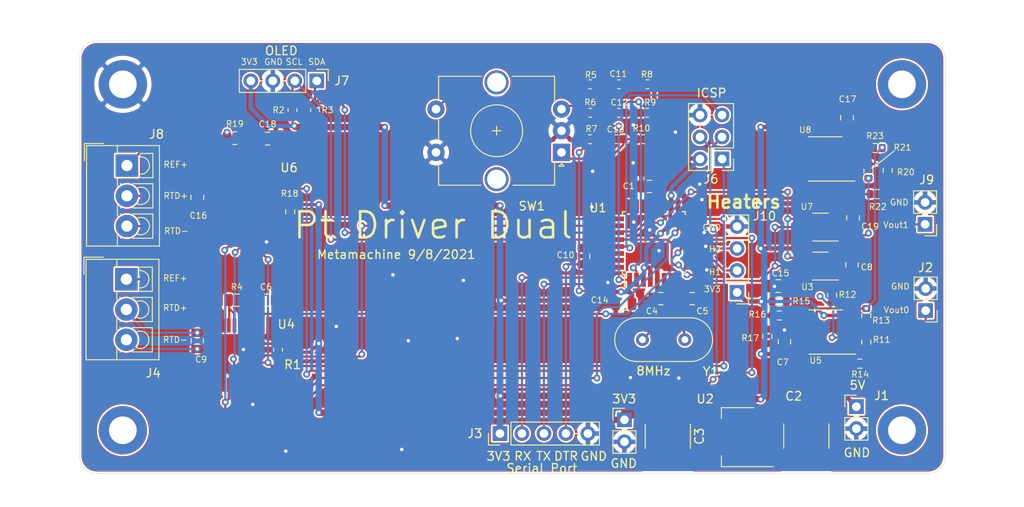
<source format=kicad_pcb>
(kicad_pcb (version 20171130) (host pcbnew 5.1.10-88a1d61d58~90~ubuntu20.04.1)
  (layers (0 F.Cu signal) (31 B.Cu signal) (34 B.Paste user) (35 F.Paste user) (36 B.SilkS user) (37 F.SilkS user) (38 B.Mask user) (39 F.Mask user) (44 Edge.Cuts user))
  (net 0 "")
  (net 1 GND)
  (net 2 "Net-(C1-Pad1)")
  (net 3 /XTAL1)
  (net 4 /XTAL2)
  (net 5 +5V)
  (net 6 /DTR)
  (net 7 /~RESET~)
  (net 8 /TX)
  (net 9 /RX)
  (net 10 "Net-(J4-Pad1)")
  (net 11 /ECLK)
  (net 12 /EDAT)
  (net 13 /MISO)
  (net 14 /SCK)
  (net 15 /MOSI)
  (net 16 /SCL)
  (net 17 /SDA)
  (net 18 "Net-(R4-Pad1)")
  (net 19 "Net-(R4-Pad2)")
  (net 20 "Net-(U1-Pad3)")
  (net 21 "Net-(U1-Pad6)")
  (net 22 "Net-(U1-Pad9)")
  (net 23 "Net-(U1-Pad12)")
  (net 24 "Net-(U1-Pad19)")
  (net 25 "Net-(U1-Pad22)")
  (net 26 "Net-(U1-Pad23)")
  (net 27 "Net-(U1-Pad24)")
  (net 28 +3V3)
  (net 29 "Net-(C9-Pad2)")
  (net 30 "Net-(C9-Pad1)")
  (net 31 /EBUT)
  (net 32 "Net-(U4-Pad20)")
  (net 33 "Net-(C11-Pad1)")
  (net 34 "Net-(C11-Pad2)")
  (net 35 "Net-(C12-Pad2)")
  (net 36 "Net-(C12-Pad1)")
  (net 37 "Net-(C13-Pad1)")
  (net 38 "Net-(C13-Pad2)")
  (net 39 "Net-(R11-Pad2)")
  (net 40 "Net-(R12-Pad2)")
  (net 41 "Net-(R13-Pad2)")
  (net 42 "Net-(R14-Pad1)")
  (net 43 "Net-(C15-Pad1)")
  (net 44 "Net-(R17-Pad2)")
  (net 45 "Net-(C16-Pad1)")
  (net 46 "Net-(C16-Pad2)")
  (net 47 "Net-(J8-Pad1)")
  (net 48 /~PT0_CS~)
  (net 49 /~PT1_CS~)
  (net 50 "Net-(R19-Pad1)")
  (net 51 "Net-(R19-Pad2)")
  (net 52 /~DRDY1~)
  (net 53 /~DRDY0~)
  (net 54 "Net-(U6-Pad20)")
  (net 55 /Vout0)
  (net 56 /Vout1)
  (net 57 /SPLITRAIL)
  (net 58 "Net-(R20-Pad2)")
  (net 59 "Net-(R21-Pad2)")
  (net 60 "Net-(R22-Pad1)")
  (net 61 "Net-(R23-Pad2)")
  (net 62 "Net-(U8-Pad7)")
  (net 63 /Heater1)
  (net 64 /Heater2)
  (module Package_QFP:TQFP-32_7x7mm_P0.8mm (layer F.Cu) (at 126.338 113.357 90)
    (fp_text reference U1 (at 4.0735 -6.45 180) (layer F.SilkS))
    (fp_text value ATmega328P hide)
    (pad 1 smd rect (at -4.25 -2.8 90) (size 1.6 0.55) (layers F.Cu F.Paste F.Mask) (net 12 /EDAT))
    (pad 2 smd rect (at -4.25 -2 90) (size 1.6 0.55) (layers F.Cu F.Paste F.Mask) (net 31 /EBUT))
    (pad 3 smd rect (at -4.25 -1.2 90) (size 1.6 0.55) (layers F.Cu F.Paste F.Mask) (net 20 "Net-(U1-Pad3)"))
    (pad 4 smd rect (at -4.25 -0.4 90) (size 1.6 0.55) (layers F.Cu F.Paste F.Mask) (net 28 +3V3))
    (pad 5 smd rect (at -4.25 0.4 90) (size 1.6 0.55) (layers F.Cu F.Paste F.Mask) (net 1 GND))
    (pad 6 smd rect (at -4.25 1.2 90) (size 1.6 0.55) (layers F.Cu F.Paste F.Mask) (net 21 "Net-(U1-Pad6)"))
    (pad 7 smd rect (at -4.25 2 90) (size 1.6 0.55) (layers F.Cu F.Paste F.Mask) (net 3 /XTAL1))
    (pad 8 smd rect (at -4.25 2.8 90) (size 1.6 0.55) (layers F.Cu F.Paste F.Mask) (net 4 /XTAL2))
    (pad 9 smd rect (at -2.8 4.25 180) (size 1.6 0.55) (layers F.Cu F.Paste F.Mask) (net 22 "Net-(U1-Pad9)"))
    (pad 10 smd rect (at -2 4.25 180) (size 1.6 0.55) (layers F.Cu F.Paste F.Mask) (net 63 /Heater1))
    (pad 11 smd rect (at -1.2 4.25 180) (size 1.6 0.55) (layers F.Cu F.Paste F.Mask) (net 64 /Heater2))
    (pad 12 smd rect (at -0.4 4.25 180) (size 1.6 0.55) (layers F.Cu F.Paste F.Mask) (net 23 "Net-(U1-Pad12)"))
    (pad 13 smd rect (at 0.4 4.25 180) (size 1.6 0.55) (layers F.Cu F.Paste F.Mask) (net 52 /~DRDY1~))
    (pad 14 smd rect (at 1.2 4.25 180) (size 1.6 0.55) (layers F.Cu F.Paste F.Mask) (net 53 /~DRDY0~))
    (pad 15 smd rect (at 2 4.25 180) (size 1.6 0.55) (layers F.Cu F.Paste F.Mask) (net 15 /MOSI))
    (pad 16 smd rect (at 2.8 4.25 180) (size 1.6 0.55) (layers F.Cu F.Paste F.Mask) (net 13 /MISO))
    (pad 17 smd rect (at 4.25 2.8 90) (size 1.6 0.55) (layers F.Cu F.Paste F.Mask) (net 14 /SCK))
    (pad 18 smd rect (at 4.25 2 90) (size 1.6 0.55) (layers F.Cu F.Paste F.Mask) (net 28 +3V3))
    (pad 19 smd rect (at 4.25 1.2 90) (size 1.6 0.55) (layers F.Cu F.Paste F.Mask) (net 24 "Net-(U1-Pad19)"))
    (pad 20 smd rect (at 4.25 0.4 90) (size 1.6 0.55) (layers F.Cu F.Paste F.Mask) (net 2 "Net-(C1-Pad1)"))
    (pad 21 smd rect (at 4.25 -0.4 90) (size 1.6 0.55) (layers F.Cu F.Paste F.Mask) (net 1 GND))
    (pad 22 smd rect (at 4.25 -1.2 90) (size 1.6 0.55) (layers F.Cu F.Paste F.Mask) (net 25 "Net-(U1-Pad22)"))
    (pad 23 smd rect (at 4.25 -2 90) (size 1.6 0.55) (layers F.Cu F.Paste F.Mask) (net 26 "Net-(U1-Pad23)"))
    (pad 24 smd rect (at 4.25 -2.8 90) (size 1.6 0.55) (layers F.Cu F.Paste F.Mask) (net 27 "Net-(U1-Pad24)"))
    (pad 25 smd rect (at 2.8 -4.25 180) (size 1.6 0.55) (layers F.Cu F.Paste F.Mask) (net 49 /~PT1_CS~))
    (pad 26 smd rect (at 2 -4.25 180) (size 1.6 0.55) (layers F.Cu F.Paste F.Mask) (net 48 /~PT0_CS~))
    (pad 27 smd rect (at 1.2 -4.25 180) (size 1.6 0.55) (layers F.Cu F.Paste F.Mask) (net 17 /SDA))
    (pad 28 smd rect (at 0.4 -4.25 180) (size 1.6 0.55) (layers F.Cu F.Paste F.Mask) (net 16 /SCL))
    (pad 29 smd rect (at -0.4 -4.25 180) (size 1.6 0.55) (layers F.Cu F.Paste F.Mask) (net 7 /~RESET~))
    (pad 30 smd rect (at -1.2 -4.25 180) (size 1.6 0.55) (layers F.Cu F.Paste F.Mask) (net 9 /RX))
    (pad 31 smd rect (at -2 -4.25 180) (size 1.6 0.55) (layers F.Cu F.Paste F.Mask) (net 8 /TX))
    (pad 32 smd rect (at -2.8 -4.25 180) (size 1.6 0.55) (layers F.Cu F.Paste F.Mask) (net 11 /ECLK))
  )
  (module MountingHole:MountingHole_3.2mm_M3_DIN965_Pad (layer F.Cu) (at 65 135)
    (fp_text reference REF** hide)
    (fp_text value MountingHole_3.2mm_M3_DIN965_Pad hide)
    (pad 1 thru_hole circle (at 0 0) (size 5.6 5.6) (drill 3.2) (layers *.Cu *.Mask))
  )
  (module MountingHole:MountingHole_3.2mm_M3_DIN965_Pad (layer F.Cu) (at 155 135)
    (fp_text reference M3 hide)
    (fp_text value MountingHole_3.2mm_M3_DIN965_Pad hide)
    (pad 1 thru_hole circle (at 0 0) (size 5.6 5.6) (drill 3.2) (layers *.Cu *.Mask))
  )
  (module MountingHole:MountingHole_3.2mm_M3_DIN965_Pad (layer F.Cu) (at 155 95)
    (fp_text reference M3 hide)
    (fp_text value MountingHole_3.2mm_M3_DIN965_Pad hide)
    (pad 1 thru_hole circle (at 0 0) (size 5.6 5.6) (drill 3.2) (layers *.Cu *.Mask))
  )
  (module MountingHole:MountingHole_3.2mm_M3_DIN965_Pad (layer F.Cu) (at 65 95)
    (fp_text reference REF** hide)
    (fp_text value MountingHole_3.2mm_M3_DIN965_Pad hide)
    (pad 1 thru_hole circle (at 0 0) (size 5.6 5.6) (drill 3.2) (layers *.Cu *.Mask) (net 1 GND))
  )
  (module Capacitor_SMD:C_0805_2012Metric (layer F.Cu) (at 125.8255 106.807 180)
    (fp_text reference C1 (at 2.3855 0.037) (layer F.SilkS) (effects (font (size 0.7 0.7) (thickness 0.1))))
    (fp_text value 0.1uF hide)
    (pad 2 smd roundrect (at 0.9375 0 180) (size 0.975 1.4) (layers F.Cu F.Paste F.Mask) (net 1 GND))
    (pad 1 smd roundrect (at -0.9375 0 180) (size 0.975 1.4) (layers F.Cu F.Paste F.Mask) (net 2 "Net-(C1-Pad1)"))
  )
  (module Capacitor_SMD:C_2220_5650Metric (layer F.Cu) (at 143.95 135.675 270)
    (fp_text reference C2 (at -4.611 1.456 180) (layer F.SilkS))
    (fp_text value "10uF 12V" hide)
    (pad 2 smd roundrect (at 2.55 0 270) (size 1.8 5.4) (layers F.Cu F.Paste F.Mask) (roundrect_rratio 0.1388888888888889) (net 1 GND))
    (pad 1 smd roundrect (at -2.55 0 270) (size 1.8 5.4) (layers F.Cu F.Paste F.Mask) (roundrect_rratio 0.1388888888888889) (net 5 +5V))
  )
  (module Capacitor_SMD:C_2220_5650Metric (layer F.Cu) (at 127.95 135.7 270)
    (fp_text reference C3 (at 0 -3.65 90) (layer F.SilkS))
    (fp_text value "10uF 12V" hide)
    (pad 1 smd roundrect (at -2.55 0 270) (size 1.8 5.4) (layers F.Cu F.Paste F.Mask) (roundrect_rratio 0.1388888888888889) (net 28 +3V3))
    (pad 2 smd roundrect (at 2.55 0 270) (size 1.8 5.4) (layers F.Cu F.Paste F.Mask) (roundrect_rratio 0.1388888888888889) (net 1 GND))
  )
  (module Capacitor_SMD:C_0805_2012Metric (layer F.Cu) (at 127.1505 119.782)
    (fp_text reference C4 (at -1.0395 1.4395) (layer F.SilkS) (effects (font (size 0.7 0.7) (thickness 0.1))))
    (fp_text value 22pF hide)
    (pad 2 smd roundrect (at 0.9375 0) (size 0.975 1.4) (layers F.Cu F.Paste F.Mask) (net 3 /XTAL1))
    (pad 1 smd roundrect (at -0.9375 0) (size 0.975 1.4) (layers F.Cu F.Paste F.Mask) (net 1 GND))
  )
  (module Capacitor_SMD:C_0805_2012Metric (layer F.Cu) (at 130.7755 119.782 180)
    (fp_text reference C5 (at -1.1775 -1.4395) (layer F.SilkS) (effects (font (size 0.7 0.7) (thickness 0.1))))
    (fp_text value 22pF hide)
    (pad 1 smd roundrect (at -0.9375 0 180) (size 0.975 1.4) (layers F.Cu F.Paste F.Mask) (net 1 GND))
    (pad 2 smd roundrect (at 0.9375 0 180) (size 0.975 1.4) (layers F.Cu F.Paste F.Mask) (net 4 /XTAL2))
  )
  (module Capacitor_SMD:C_0805_2012Metric (layer F.Cu) (at 81.651 119.9605)
    (fp_text reference C6 (at -0.117 -1.533) (layer F.SilkS) (effects (font (size 0.7 0.7) (thickness 0.1))))
    (fp_text value 0.1uF hide)
    (pad 1 smd roundrect (at -0.9375 0) (size 0.975 1.4) (layers F.Cu F.Paste F.Mask) (net 28 +3V3))
    (pad 2 smd roundrect (at 0.9375 0) (size 0.975 1.4) (layers F.Cu F.Paste F.Mask) (net 1 GND))
  )
  (module Capacitor_SMD:C_0805_2012Metric (layer F.Cu) (at 141.43 124.7625 90)
    (fp_text reference C7 (at -2.3625 -0.206 180) (layer F.SilkS) (effects (font (size 0.7 0.7) (thickness 0.1))))
    (fp_text value 0.1uF hide)
    (pad 2 smd roundrect (at 0.9375 0 90) (size 0.975 1.4) (layers F.Cu F.Paste F.Mask) (net 1 GND))
    (pad 1 smd roundrect (at -0.9375 0 90) (size 0.975 1.4) (layers F.Cu F.Paste F.Mask) (net 28 +3V3))
  )
  (module Capacitor_SMD:C_0805_2012Metric (layer F.Cu) (at 149.225 115.8725 270)
    (fp_text reference C8 (at 0.269 -1.7145 180) (layer F.SilkS) (effects (font (size 0.7 0.7) (thickness 0.1))))
    (fp_text value 0.1uF)
    (pad 1 smd roundrect (at -0.9375 0 270) (size 0.975 1.4) (layers F.Cu F.Paste F.Mask) (net 28 +3V3))
    (pad 2 smd roundrect (at 0.9375 0 270) (size 0.975 1.4) (layers F.Cu F.Paste F.Mask) (net 1 GND))
  )
  (module Capacitor_SMD:C_0805_2012Metric (layer F.Cu) (at 73.5965 124.6655 270)
    (fp_text reference C9 (at 2.144 -0.4445 180) (layer F.SilkS) (effects (font (size 0.7 0.7) (thickness 0.1))))
    (fp_text value 0.1uF hide)
    (pad 2 smd roundrect (at 0.9375 0 270) (size 0.975 1.4) (layers F.Cu F.Paste F.Mask) (net 29 "Net-(C9-Pad2)"))
    (pad 1 smd roundrect (at -0.9375 0 270) (size 0.975 1.4) (layers F.Cu F.Paste F.Mask) (net 30 "Net-(C9-Pad1)"))
  )
  (module Capacitor_SMD:C_0805_2012Metric (layer F.Cu) (at 118.218 114.8695 90)
    (fp_text reference C10 (at 0.125 -2.0765 180) (layer F.SilkS) (effects (font (size 0.7 0.7) (thickness 0.1))))
    (fp_text value 0.1uF hide)
    (pad 1 smd roundrect (at -0.9375 0 90) (size 0.975 1.4) (layers F.Cu F.Paste F.Mask) (net 6 /DTR))
    (pad 2 smd roundrect (at 0.9375 0 90) (size 0.975 1.4) (layers F.Cu F.Paste F.Mask) (net 7 /~RESET~))
  )
  (module Connector_PinHeader_2.54mm:PinHeader_1x02_P2.54mm_Vertical (layer F.Cu) (at 157.734 121.158 180)
    (fp_text reference J2 (at 0 4.953) (layer F.SilkS))
    (fp_text value Vout hide)
    (pad 1 thru_hole rect (at 0 0 180) (size 1.7 1.7) (drill 1) (layers *.Cu *.Mask) (net 55 /Vout0))
    (pad 2 thru_hole oval (at 0 2.54 180) (size 1.7 1.7) (drill 1) (layers *.Cu *.Mask) (net 1 GND))
  )
  (module Connector_PinHeader_2.54mm:PinHeader_1x05_P2.54mm_Vertical (layer F.Cu) (at 108.562 135.382 90)
    (fp_text reference J3 (at 0 -2.898 180) (layer F.SilkS))
    (fp_text value "serial port" hide)
    (pad 1 thru_hole rect (at 0 0 90) (size 1.7 1.7) (drill 1) (layers *.Cu *.Mask) (net 28 +3V3))
    (pad 2 thru_hole oval (at 0 2.54 90) (size 1.7 1.7) (drill 1) (layers *.Cu *.Mask) (net 9 /RX))
    (pad 3 thru_hole oval (at 0 5.08 90) (size 1.7 1.7) (drill 1) (layers *.Cu *.Mask) (net 8 /TX))
    (pad 4 thru_hole oval (at 0 7.62 90) (size 1.7 1.7) (drill 1) (layers *.Cu *.Mask) (net 6 /DTR))
    (pad 5 thru_hole oval (at 0 10.16 90) (size 1.7 1.7) (drill 1) (layers *.Cu *.Mask) (net 1 GND))
  )
  (module Connector_PinHeader_2.54mm:PinHeader_1x04_P2.54mm_Vertical (layer F.Cu) (at 87.4 94.6 270)
    (fp_text reference J7 (at 0 -2.897 180) (layer F.SilkS))
    (fp_text value display hide)
    (pad 1 thru_hole rect (at 0 0 270) (size 1.7 1.7) (drill 1) (layers *.Cu *.Mask) (net 17 /SDA))
    (pad 2 thru_hole oval (at 0 2.54 270) (size 1.7 1.7) (drill 1) (layers *.Cu *.Mask) (net 16 /SCL))
    (pad 3 thru_hole oval (at 0 5.08 270) (size 1.7 1.7) (drill 1) (layers *.Cu *.Mask) (net 1 GND))
    (pad 4 thru_hole oval (at 0 7.62 270) (size 1.7 1.7) (drill 1) (layers *.Cu *.Mask) (net 28 +3V3))
  )
  (module Connector_PinHeader_2.54mm:PinHeader_2x03_P2.54mm_Vertical (layer F.Cu) (at 134.216 103.632 180)
    (fp_text reference J6 (at 1.27 -2.33) (layer F.SilkS))
    (fp_text value Conn_02x03_Odd_Even hide)
    (pad 1 thru_hole rect (at 0 0 180) (size 1.7 1.7) (drill 1) (layers *.Cu *.Mask) (net 13 /MISO))
    (pad 2 thru_hole oval (at 2.54 0 180) (size 1.7 1.7) (drill 1) (layers *.Cu *.Mask) (net 28 +3V3))
    (pad 3 thru_hole oval (at 0 2.54 180) (size 1.7 1.7) (drill 1) (layers *.Cu *.Mask) (net 14 /SCK))
    (pad 4 thru_hole oval (at 2.54 2.54 180) (size 1.7 1.7) (drill 1) (layers *.Cu *.Mask) (net 15 /MOSI))
    (pad 5 thru_hole oval (at 0 5.08 180) (size 1.7 1.7) (drill 1) (layers *.Cu *.Mask) (net 7 /~RESET~))
    (pad 6 thru_hole oval (at 2.54 5.08 180) (size 1.7 1.7) (drill 1) (layers *.Cu *.Mask) (net 1 GND))
  )
  (module Resistor_SMD:R_0603_1608Metric (layer F.Cu) (at 82.931 125.692 90)
    (fp_text reference R1 (at -1.7225 1.685 180) (layer F.SilkS))
    (fp_text value 10K hide)
    (pad 1 smd roundrect (at -0.7875 0 90) (size 0.875 0.95) (layers F.Cu F.Paste F.Mask) (net 48 /~PT0_CS~))
    (pad 2 smd roundrect (at 0.7875 0 90) (size 0.875 0.95) (layers F.Cu F.Paste F.Mask) (net 28 +3V3))
  )
  (module Resistor_SMD:R_0603_1608Metric (layer F.Cu) (at 84.6 97.9875 270)
    (fp_text reference R2 (at -0.007 1.6055 180) (layer F.SilkS) (effects (font (size 0.7 0.7) (thickness 0.1))))
    (fp_text value 3.9K hide)
    (pad 2 smd roundrect (at 0.7875 0 270) (size 0.875 0.95) (layers F.Cu F.Paste F.Mask) (net 28 +3V3))
    (pad 1 smd roundrect (at -0.7875 0 270) (size 0.875 0.95) (layers F.Cu F.Paste F.Mask) (net 16 /SCL))
  )
  (module Resistor_SMD:R_0603_1608Metric (layer F.Cu) (at 87.2 97.9875 270)
    (fp_text reference R3 (at -0.007 -1.446 180) (layer F.SilkS) (effects (font (size 0.7 0.7) (thickness 0.1))))
    (fp_text value 3.9K hide)
    (pad 1 smd roundrect (at -0.7875 0 270) (size 0.875 0.95) (layers F.Cu F.Paste F.Mask) (net 17 /SDA))
    (pad 2 smd roundrect (at 0.7875 0 270) (size 0.875 0.95) (layers F.Cu F.Paste F.Mask) (net 28 +3V3))
  )
  (module Resistor_SMD:R_0805_2012Metric (layer F.Cu) (at 78.176 119.9605)
    (fp_text reference R4 (at -0.0075 -1.533) (layer F.SilkS) (effects (font (size 0.7 0.7) (thickness 0.1))))
    (fp_text value "402K 0.1%" hide)
    (pad 1 smd roundrect (at -0.9375 0) (size 0.975 1.4) (layers F.Cu F.Paste F.Mask) (net 18 "Net-(R4-Pad1)"))
    (pad 2 smd roundrect (at 0.9375 0) (size 0.975 1.4) (layers F.Cu F.Paste F.Mask) (net 19 "Net-(R4-Pad2)"))
  )
  (module Package_TO_SOT_SMD:SOT-223-3_TabPin2 (layer F.Cu) (at 136.05 135.8 180)
    (fp_text reference U2 (at 3.7795 4.4185) (layer F.SilkS))
    (fp_text value AP1117-33 hide)
    (pad 2 smd rect (at 3.15 0 180) (size 2 3.8) (layers F.Cu F.Paste F.Mask) (net 28 +3V3))
    (pad 2 smd rect (at -3.15 0 180) (size 2 1.5) (layers F.Cu F.Paste F.Mask) (net 28 +3V3))
    (pad 3 smd rect (at -3.15 2.3 180) (size 2 1.5) (layers F.Cu F.Paste F.Mask) (net 5 +5V))
    (pad 1 smd rect (at -3.15 -2.3 180) (size 2 1.5) (layers F.Cu F.Paste F.Mask) (net 1 GND))
  )
  (module Crystal:Crystal_HC18-U_Vertical (layer F.Cu) (at 125.021 124.5235)
    (fp_text reference Y1 (at 7.8845 3.683) (layer F.SilkS))
    (fp_text value 8MHz)
    (pad 1 thru_hole circle (at 0 0) (size 1.5 1.5) (drill 0.8) (layers *.Cu *.Mask) (net 3 /XTAL1))
    (pad 2 thru_hole circle (at 4.9 0) (size 1.5 1.5) (drill 0.8) (layers *.Cu *.Mask) (net 4 /XTAL2))
  )
  (module Capacitor_SMD:C_0603_1608Metric (layer F.Cu) (at 122.3035 94.996 180)
    (fp_text reference C11 (at 0.066 1.2065) (layer F.SilkS) (effects (font (size 0.7 0.7) (thickness 0.1))))
    (fp_text value 0.1uF hide)
    (pad 1 smd roundrect (at -0.7875 0 180) (size 0.875 0.95) (layers F.Cu F.Paste F.Mask) (net 33 "Net-(C11-Pad1)"))
    (pad 2 smd roundrect (at 0.7875 0 180) (size 0.875 0.95) (layers F.Cu F.Paste F.Mask) (net 34 "Net-(C11-Pad2)"))
  )
  (module Capacitor_SMD:C_0603_1608Metric (layer F.Cu) (at 122.3035 98.298 180)
    (fp_text reference C12 (at -0.0565 1.2065) (layer F.SilkS) (effects (font (size 0.7 0.7) (thickness 0.1))))
    (fp_text value 0.1uF hide)
    (pad 2 smd roundrect (at 0.7875 0 180) (size 0.875 0.95) (layers F.Cu F.Paste F.Mask) (net 35 "Net-(C12-Pad2)"))
    (pad 1 smd roundrect (at -0.7875 0 180) (size 0.875 0.95) (layers F.Cu F.Paste F.Mask) (net 36 "Net-(C12-Pad1)"))
  )
  (module Capacitor_SMD:C_0603_1608Metric (layer F.Cu) (at 122.024 101.346 180)
    (fp_text reference C13 (at 0.104 1.143) (layer F.SilkS) (effects (font (size 0.7 0.7) (thickness 0.1))))
    (fp_text value 0.1uF hide)
    (pad 1 smd roundrect (at -0.7875 0 180) (size 0.875 0.95) (layers F.Cu F.Paste F.Mask) (net 37 "Net-(C13-Pad1)"))
    (pad 2 smd roundrect (at 0.7875 0 180) (size 0.875 0.95) (layers F.Cu F.Paste F.Mask) (net 38 "Net-(C13-Pad2)"))
  )
  (module Resistor_SMD:R_0603_1608Metric (layer F.Cu) (at 118.976 94.996 180)
    (fp_text reference R5 (at -0.0865 1.0795) (layer F.SilkS) (effects (font (size 0.7 0.7) (thickness 0.1))))
    (fp_text value 10K hide)
    (pad 2 smd roundrect (at 0.7875 0 180) (size 0.875 0.95) (layers F.Cu F.Paste F.Mask) (net 31 /EBUT))
    (pad 1 smd roundrect (at -0.7875 0 180) (size 0.875 0.95) (layers F.Cu F.Paste F.Mask) (net 34 "Net-(C11-Pad2)"))
  )
  (module Resistor_SMD:R_0603_1608Metric (layer F.Cu) (at 119.0015 98.298 180)
    (fp_text reference R6 (at 0.0025 1.2065) (layer F.SilkS) (effects (font (size 0.7 0.7) (thickness 0.1))))
    (fp_text value 10K hide)
    (pad 1 smd roundrect (at -0.7875 0 180) (size 0.875 0.95) (layers F.Cu F.Paste F.Mask) (net 35 "Net-(C12-Pad2)"))
    (pad 2 smd roundrect (at 0.7875 0 180) (size 0.875 0.95) (layers F.Cu F.Paste F.Mask) (net 12 /EDAT))
  )
  (module Resistor_SMD:R_0603_1608Metric (layer F.Cu) (at 118.9505 101.346 180)
    (fp_text reference R7 (at -0.1755 1.2065) (layer F.SilkS) (effects (font (size 0.7 0.7) (thickness 0.1))))
    (fp_text value 10K hide)
    (pad 2 smd roundrect (at 0.7875 0 180) (size 0.875 0.95) (layers F.Cu F.Paste F.Mask) (net 11 /ECLK))
    (pad 1 smd roundrect (at -0.7875 0 180) (size 0.875 0.95) (layers F.Cu F.Paste F.Mask) (net 38 "Net-(C13-Pad2)"))
  )
  (module Resistor_SMD:R_0603_1608Metric (layer F.Cu) (at 125.6055 94.996 180)
    (fp_text reference R8 (at 0.066 1.143) (layer F.SilkS) (effects (font (size 0.7 0.7) (thickness 0.1))))
    (fp_text value 10K hide)
    (pad 1 smd roundrect (at -0.7875 0 180) (size 0.875 0.95) (layers F.Cu F.Paste F.Mask) (net 28 +3V3))
    (pad 2 smd roundrect (at 0.7875 0 180) (size 0.875 0.95) (layers F.Cu F.Paste F.Mask) (net 33 "Net-(C11-Pad1)"))
  )
  (module Resistor_SMD:R_0603_1608Metric (layer F.Cu) (at 125.58 98.298)
    (fp_text reference R9 (at 0.3405 -1.2065) (layer F.SilkS) (effects (font (size 0.7 0.7) (thickness 0.1))))
    (fp_text value 10K hide)
    (pad 2 smd roundrect (at 0.7875 0) (size 0.875 0.95) (layers F.Cu F.Paste F.Mask) (net 28 +3V3))
    (pad 1 smd roundrect (at -0.7875 0) (size 0.875 0.95) (layers F.Cu F.Paste F.Mask) (net 36 "Net-(C12-Pad1)"))
  )
  (module Resistor_SMD:R_0603_1608Metric (layer F.Cu) (at 125.0975 101.346)
    (fp_text reference R10 (at -0.193 -1.27) (layer F.SilkS) (effects (font (size 0.7 0.7) (thickness 0.1))))
    (fp_text value 10K hide)
    (pad 1 smd roundrect (at -0.7875 0) (size 0.875 0.95) (layers F.Cu F.Paste F.Mask) (net 37 "Net-(C13-Pad1)"))
    (pad 2 smd roundrect (at 0.7875 0) (size 0.875 0.95) (layers F.Cu F.Paste F.Mask) (net 28 +3V3))
  )
  (module Resistor_SMD:R_0603_1608Metric (layer F.Cu) (at 150.88 124.8 90)
    (fp_text reference R11 (at 0.2765 1.774) (layer F.SilkS) (effects (font (size 0.7 0.7) (thickness 0.1))))
    (fp_text value 10k hide)
    (pad 1 smd roundrect (at -0.825 0 90) (size 0.8 0.95) (layers F.Cu F.Paste F.Mask) (net 55 /Vout0))
    (pad 2 smd roundrect (at 0.825 0 90) (size 0.8 0.95) (layers F.Cu F.Paste F.Mask) (net 39 "Net-(R11-Pad2)"))
  )
  (module Resistor_SMD:R_0603_1608Metric (layer F.Cu) (at 146.939 119.38 90)
    (fp_text reference R12 (at 0.0635 1.778 180) (layer F.SilkS) (effects (font (size 0.7 0.7) (thickness 0.1))))
    (fp_text value 10k)
    (pad 2 smd roundrect (at 0.825 0 90) (size 0.8 0.95) (layers F.Cu F.Paste F.Mask) (net 40 "Net-(R12-Pad2)"))
    (pad 1 smd roundrect (at -0.825 0 90) (size 0.8 0.95) (layers F.Cu F.Paste F.Mask) (net 39 "Net-(R11-Pad2)"))
  )
  (module Resistor_SMD:R_0603_1608Metric (layer F.Cu) (at 150.88 121.75 270)
    (fp_text reference R13 (at 0.551 -1.7105 180) (layer F.SilkS) (effects (font (size 0.7 0.7) (thickness 0.1))))
    (fp_text value 5k)
    (pad 1 smd roundrect (at -0.825 0 270) (size 0.8 0.95) (layers F.Cu F.Paste F.Mask) (net 57 /SPLITRAIL))
    (pad 2 smd roundrect (at 0.825 0 270) (size 0.8 0.95) (layers F.Cu F.Paste F.Mask) (net 41 "Net-(R13-Pad2)"))
  )
  (module Package_SO:SOIC-8_3.9x4.9mm_P1.27mm (layer F.Cu) (at 146.205 123.645 180)
    (fp_text reference U5 (at 1.171 -3.2915) (layer F.SilkS) (effects (font (size 0.7 0.7) (thickness 0.1))))
    (fp_text value MCP602 hide)
    (pad 1 smd roundrect (at -2.475 -1.905 180) (size 1.95 0.6) (layers F.Cu F.Paste F.Mask) (net 42 "Net-(R14-Pad1)"))
    (pad 2 smd roundrect (at -2.475 -0.635 180) (size 1.95 0.6) (layers F.Cu F.Paste F.Mask) (net 39 "Net-(R11-Pad2)"))
    (pad 3 smd roundrect (at -2.475 0.635 180) (size 1.95 0.6) (layers F.Cu F.Paste F.Mask) (net 41 "Net-(R13-Pad2)"))
    (pad 4 smd roundrect (at -2.475 1.905 180) (size 1.95 0.6) (layers F.Cu F.Paste F.Mask) (net 28 +3V3))
    (pad 5 smd roundrect (at 2.475 1.905 180) (size 1.95 0.6) (layers F.Cu F.Paste F.Mask) (net 43 "Net-(C15-Pad1)"))
    (pad 6 smd roundrect (at 2.475 0.635 180) (size 1.95 0.6) (layers F.Cu F.Paste F.Mask) (net 44 "Net-(R17-Pad2)"))
    (pad 7 smd roundrect (at 2.475 -0.635 180) (size 1.95 0.6) (layers F.Cu F.Paste F.Mask) (net 57 /SPLITRAIL))
    (pad 8 smd roundrect (at 2.475 -1.905 180) (size 1.95 0.6) (layers F.Cu F.Paste F.Mask) (net 1 GND))
  )
  (module Resistor_SMD:R_0603_1608Metric (layer F.Cu) (at 150.13 127.3)
    (fp_text reference R14 (at 0.0475 1.224) (layer F.SilkS) (effects (font (size 0.7 0.7) (thickness 0.1))))
    (fp_text value 100 hide)
    (pad 1 smd roundrect (at -0.825 0) (size 0.8 0.95) (layers F.Cu F.Paste F.Mask) (net 42 "Net-(R14-Pad1)"))
    (pad 2 smd roundrect (at 0.825 0) (size 0.8 0.95) (layers F.Cu F.Paste F.Mask) (net 55 /Vout0))
  )
  (module Rotary_Encoder:RotaryEncoder_Alps_EC12E-Switch_Vertical_H20mm_CircularMountingHoles (layer F.Cu) (at 115.674 102.87 180)
    (fp_text reference SW1 (at 3.434 -6.21) (layer F.SilkS))
    (fp_text value Rotary_Encoder_Switch hide)
    (pad S2 thru_hole circle (at 14.5 5 180) (size 2 2) (drill 1) (layers *.Cu *.Mask) (net 33 "Net-(C11-Pad1)"))
    (pad S1 thru_hole circle (at 14.5 0 180) (size 2 2) (drill 1) (layers *.Cu *.Mask) (net 1 GND))
    (pad MP thru_hole circle (at 7.5 8.1 180) (size 2.8 2.8) (drill 2.2) (layers *.Cu *.Mask))
    (pad MP thru_hole circle (at 7.5 -3.1 180) (size 2.8 2.8) (drill 2.2) (layers *.Cu *.Mask))
    (pad B thru_hole circle (at 0 5 180) (size 2 2) (drill 1) (layers *.Cu *.Mask) (net 36 "Net-(C12-Pad1)"))
    (pad C thru_hole circle (at 0 2.5 180) (size 2 2) (drill 1) (layers *.Cu *.Mask) (net 1 GND))
    (pad A thru_hole rect (at 0 0 180) (size 2 2) (drill 1) (layers *.Cu *.Mask) (net 37 "Net-(C13-Pad1)"))
  )
  (module Capacitor_SMD:C_0805_2012Metric (layer F.Cu) (at 122.875 120.396 180)
    (fp_text reference C14 (at 2.7965 0.4445) (layer F.SilkS) (effects (font (size 0.7 0.7) (thickness 0.1))))
    (fp_text value 0.1uF)
    (pad 1 smd roundrect (at -0.95 0 180) (size 1 1.45) (layers F.Cu F.Paste F.Mask) (net 28 +3V3))
    (pad 2 smd roundrect (at 0.95 0 180) (size 1 1.45) (layers F.Cu F.Paste F.Mask) (net 1 GND))
  )
  (module Connector_PinHeader_2.54mm:PinHeader_1x02_P2.54mm_Vertical (layer F.Cu) (at 122.94 133.79)
    (fp_text reference J5 hide)
    (fp_text value Conn_01x02 hide)
    (pad 1 thru_hole rect (at 0 0) (size 1.7 1.7) (drill 1) (layers *.Cu *.Mask) (net 28 +3V3))
    (pad 2 thru_hole oval (at 0 2.54) (size 1.7 1.7) (drill 1) (layers *.Cu *.Mask) (net 1 GND))
  )
  (module Resistor_SMD:R_0603_1608Metric (layer F.Cu) (at 140.825 120.11 180)
    (fp_text reference R15 (at -2.558 0.0315) (layer F.SilkS) (effects (font (size 0.7 0.7) (thickness 0.1))))
    (fp_text value 100k)
    (pad 2 smd roundrect (at 0.825 0 180) (size 0.8 0.95) (layers F.Cu F.Paste F.Mask) (net 28 +3V3))
    (pad 1 smd roundrect (at -0.825 0 180) (size 0.8 0.95) (layers F.Cu F.Paste F.Mask) (net 43 "Net-(C15-Pad1)"))
  )
  (module Resistor_SMD:R_0603_1608Metric (layer F.Cu) (at 140.825 121.73)
    (fp_text reference R16 (at -2.522 -0.1275 180) (layer F.SilkS) (effects (font (size 0.7 0.7) (thickness 0.1))))
    (fp_text value 100k)
    (pad 1 smd roundrect (at -0.825 0) (size 0.8 0.95) (layers F.Cu F.Paste F.Mask) (net 1 GND))
    (pad 2 smd roundrect (at 0.825 0) (size 0.8 0.95) (layers F.Cu F.Paste F.Mask) (net 43 "Net-(C15-Pad1)"))
  )
  (module Capacitor_SMD:C_0805_2012Metric (layer F.Cu) (at 140.7 118.33 180)
    (fp_text reference C15 (at -0.27 1.49) (layer F.SilkS) (effects (font (size 0.7 0.7) (thickness 0.1))))
    (fp_text value 330nF hide)
    (pad 1 smd roundrect (at -0.95 0 180) (size 1 1.45) (layers F.Cu F.Paste F.Mask) (net 43 "Net-(C15-Pad1)"))
    (pad 2 smd roundrect (at 0.95 0 180) (size 1 1.45) (layers F.Cu F.Paste F.Mask) (net 1 GND))
  )
  (module Resistor_SMD:R_0603_1608Metric (layer F.Cu) (at 139.446 124.143 90)
    (fp_text reference R17 (at -0.19 -1.9685) (layer F.SilkS) (effects (font (size 0.7 0.7) (thickness 0.1))))
    (fp_text value 50k)
    (pad 1 smd roundrect (at -0.825 0 90) (size 0.8 0.95) (layers F.Cu F.Paste F.Mask) (net 57 /SPLITRAIL))
    (pad 2 smd roundrect (at 0.825 0 90) (size 0.8 0.95) (layers F.Cu F.Paste F.Mask) (net 44 "Net-(R17-Pad2)"))
  )
  (module Capacitor_SMD:C_0805_2012Metric (layer F.Cu) (at 73.5965 108.0795 270)
    (fp_text reference C16 (at 2.093 -0.127 180) (layer F.SilkS) (effects (font (size 0.7 0.7) (thickness 0.1))))
    (fp_text value 0.1uF)
    (pad 1 smd roundrect (at -0.95 0 270) (size 1 1.45) (layers F.Cu F.Paste F.Mask) (net 45 "Net-(C16-Pad1)"))
    (pad 2 smd roundrect (at 0.95 0 270) (size 1 1.45) (layers F.Cu F.Paste F.Mask) (net 46 "Net-(C16-Pad2)"))
  )
  (module Resistor_SMD:R_0603_1608Metric (layer F.Cu) (at 84.328 109.7285 90)
    (fp_text reference R18 (at 2.096 -0.0635 180) (layer F.SilkS) (effects (font (size 0.7 0.7) (thickness 0.1))))
    (fp_text value 10K hide)
    (pad 1 smd roundrect (at -0.825 0 90) (size 0.8 0.95) (layers F.Cu F.Paste F.Mask) (net 49 /~PT1_CS~))
    (pad 2 smd roundrect (at 0.825 0 90) (size 0.8 0.95) (layers F.Cu F.Paste F.Mask) (net 28 +3V3))
  )
  (module Resistor_SMD:R_0805_2012Metric (layer F.Cu) (at 77.938 101.219)
    (fp_text reference R19 (at 0 -1.65) (layer F.SilkS) (effects (font (size 0.7 0.7) (thickness 0.1))))
    (fp_text value "402K 0.1%" hide)
    (pad 1 smd roundrect (at -0.9125 0) (size 1.025 1.4) (layers F.Cu F.Paste F.Mask) (roundrect_rratio 0.2439004878048781) (net 50 "Net-(R19-Pad1)"))
    (pad 2 smd roundrect (at 0.9125 0) (size 1.025 1.4) (layers F.Cu F.Paste F.Mask) (roundrect_rratio 0.2439004878048781) (net 51 "Net-(R19-Pad2)"))
  )
  (module Connector_PinHeader_2.54mm:PinHeader_1x02_P2.54mm_Vertical (layer F.Cu) (at 157.6705 111.1885 180)
    (fp_text reference J9 (at -0.1905 5.1435) (layer F.SilkS))
    (fp_text value Vout)
    (pad 1 thru_hole rect (at 0 0 180) (size 1.7 1.7) (drill 1) (layers *.Cu *.Mask) (net 56 /Vout1))
    (pad 2 thru_hole oval (at 0 2.54 180) (size 1.7 1.7) (drill 1) (layers *.Cu *.Mask) (net 1 GND))
  )
  (module Resistor_SMD:R_0603_1608Metric (layer F.Cu) (at 153.3525 104.965 90)
    (fp_text reference R20 (at -0.191 2.0955 180) (layer F.SilkS) (effects (font (size 0.7 0.7) (thickness 0.1))))
    (fp_text value 10k)
    (pad 1 smd roundrect (at -0.825 0 90) (size 0.8 0.95) (layers F.Cu F.Paste F.Mask) (net 56 /Vout1))
    (pad 2 smd roundrect (at 0.825 0 90) (size 0.8 0.95) (layers F.Cu F.Paste F.Mask) (net 58 "Net-(R20-Pad2)"))
  )
  (module Resistor_SMD:R_0603_1608Metric (layer F.Cu) (at 151.13 105.029 270)
    (fp_text reference R21 (at -2.7305 -3.937 180) (layer F.SilkS) (effects (font (size 0.7 0.7) (thickness 0.1))))
    (fp_text value 10k)
    (pad 2 smd roundrect (at 0.825 0 270) (size 0.8 0.95) (layers F.Cu F.Paste F.Mask) (net 59 "Net-(R21-Pad2)"))
    (pad 1 smd roundrect (at -0.825 0 270) (size 0.8 0.95) (layers F.Cu F.Paste F.Mask) (net 58 "Net-(R20-Pad2)"))
  )
  (module Resistor_SMD:R_0603_1608Metric (layer F.Cu) (at 152.1455 107.696)
    (fp_text reference R22 (at 0.064 1.4605) (layer F.SilkS) (effects (font (size 0.7 0.7) (thickness 0.1))))
    (fp_text value 100)
    (pad 2 smd roundrect (at 0.825 0) (size 0.8 0.95) (layers F.Cu F.Paste F.Mask) (net 56 /Vout1))
    (pad 1 smd roundrect (at -0.825 0) (size 0.8 0.95) (layers F.Cu F.Paste F.Mask) (net 60 "Net-(R22-Pad1)"))
  )
  (module Resistor_SMD:R_0603_1608Metric (layer F.Cu) (at 151.8915 102.362 180)
    (fp_text reference R23 (at 0 1.397) (layer F.SilkS) (effects (font (size 0.7 0.7) (thickness 0.1))))
    (fp_text value 5k)
    (pad 1 smd roundrect (at -0.825 0 180) (size 0.8 0.95) (layers F.Cu F.Paste F.Mask) (net 57 /SPLITRAIL))
    (pad 2 smd roundrect (at 0.825 0 180) (size 0.8 0.95) (layers F.Cu F.Paste F.Mask) (net 61 "Net-(R23-Pad2)"))
  )
  (module Package_SO:SOIC-8_3.9x4.9mm_P1.27mm (layer F.Cu) (at 146.112 103.632 180)
    (fp_text reference U8 (at 2.2845 3.3655) (layer F.SilkS) (effects (font (size 0.7 0.7) (thickness 0.1))))
    (fp_text value MCP602)
    (pad 1 smd roundrect (at -2.475 -1.905 180) (size 1.95 0.6) (layers F.Cu F.Paste F.Mask) (net 60 "Net-(R22-Pad1)"))
    (pad 2 smd roundrect (at -2.475 -0.635 180) (size 1.95 0.6) (layers F.Cu F.Paste F.Mask) (net 58 "Net-(R20-Pad2)"))
    (pad 3 smd roundrect (at -2.475 0.635 180) (size 1.95 0.6) (layers F.Cu F.Paste F.Mask) (net 61 "Net-(R23-Pad2)"))
    (pad 4 smd roundrect (at -2.475 1.905 180) (size 1.95 0.6) (layers F.Cu F.Paste F.Mask) (net 28 +3V3))
    (pad 5 smd roundrect (at 2.475 1.905 180) (size 1.95 0.6) (layers F.Cu F.Paste F.Mask) (net 1 GND))
    (pad 6 smd roundrect (at 2.475 0.635 180) (size 1.95 0.6) (layers F.Cu F.Paste F.Mask) (net 1 GND))
    (pad 7 smd roundrect (at 2.475 -0.635 180) (size 1.95 0.6) (layers F.Cu F.Paste F.Mask) (net 62 "Net-(U8-Pad7)"))
    (pad 8 smd roundrect (at 2.475 -1.905 180) (size 1.95 0.6) (layers F.Cu F.Paste F.Mask) (net 1 GND))
  )
  (module Package_TO_SOT_SMD:SOT-23-6_Handsoldering (layer F.Cu) (at 145.589 116.017 180)
    (fp_text reference U3 (at 1.5075 -2.4105) (layer F.SilkS) (effects (font (size 0.7 0.7) (thickness 0.1))))
    (fp_text value MCP4725)
    (pad 1 smd rect (at -1.35 -0.95 180) (size 1.56 0.65) (layers F.Cu F.Paste F.Mask) (net 40 "Net-(R12-Pad2)"))
    (pad 2 smd rect (at -1.35 0 180) (size 1.56 0.65) (layers F.Cu F.Paste F.Mask) (net 1 GND))
    (pad 3 smd rect (at -1.35 0.95 180) (size 1.56 0.65) (layers F.Cu F.Paste F.Mask) (net 28 +3V3))
    (pad 4 smd rect (at 1.35 0.95 180) (size 1.56 0.65) (layers F.Cu F.Paste F.Mask) (net 17 /SDA))
    (pad 6 smd rect (at 1.35 -0.95 180) (size 1.56 0.65) (layers F.Cu F.Paste F.Mask) (net 1 GND))
    (pad 5 smd rect (at 1.35 0 180) (size 1.56 0.65) (layers F.Cu F.Paste F.Mask) (net 16 /SCL))
  )
  (module Package_TO_SOT_SMD:SOT-23-6_Handsoldering (layer F.Cu) (at 145.589 111.5085 180)
    (fp_text reference U7 (at 1.571 2.352) (layer F.SilkS) (effects (font (size 0.7 0.7) (thickness 0.1))))
    (fp_text value MCP4725)
    (pad 1 smd rect (at -1.35 -0.95 180) (size 1.56 0.65) (layers F.Cu F.Paste F.Mask) (net 59 "Net-(R21-Pad2)"))
    (pad 2 smd rect (at -1.35 0 180) (size 1.56 0.65) (layers F.Cu F.Paste F.Mask) (net 1 GND))
    (pad 3 smd rect (at -1.35 0.95 180) (size 1.56 0.65) (layers F.Cu F.Paste F.Mask) (net 28 +3V3))
    (pad 4 smd rect (at 1.35 0.95 180) (size 1.56 0.65) (layers F.Cu F.Paste F.Mask) (net 17 /SDA))
    (pad 6 smd rect (at 1.35 -0.95 180) (size 1.56 0.65) (layers F.Cu F.Paste F.Mask) (net 28 +3V3))
    (pad 5 smd rect (at 1.35 0 180) (size 1.56 0.65) (layers F.Cu F.Paste F.Mask) (net 16 /SCL))
  )
  (module Capacitor_SMD:C_0805_2012Metric (layer F.Cu) (at 148.6535 98.867 90)
    (fp_text reference C17 (at 2.1565 0.0635 180) (layer F.SilkS) (effects (font (size 0.7 0.7) (thickness 0.1))))
    (fp_text value 0.1uF)
    (pad 2 smd roundrect (at 0.95 0 90) (size 1 1.45) (layers F.Cu F.Paste F.Mask) (net 1 GND))
    (pad 1 smd roundrect (at -0.95 0 90) (size 1 1.45) (layers F.Cu F.Paste F.Mask) (net 28 +3V3))
  )
  (module Capacitor_SMD:C_0805_2012Metric (layer F.Cu) (at 81.722 101.2825)
    (fp_text reference C18 (at 0 -1.68) (layer F.SilkS) (effects (font (size 0.7 0.7) (thickness 0.1))))
    (fp_text value 0.1uF)
    (pad 1 smd roundrect (at -0.95 0) (size 1 1.45) (layers F.Cu F.Paste F.Mask) (net 28 +3V3))
    (pad 2 smd roundrect (at 0.95 0) (size 1 1.45) (layers F.Cu F.Paste F.Mask) (net 1 GND))
  )
  (module Capacitor_SMD:C_0805_2012Metric (layer F.Cu) (at 149.352 110.429 270)
    (fp_text reference C19 (at 1.0135 -1.9685 180) (layer F.SilkS) (effects (font (size 0.7 0.7) (thickness 0.1))))
    (fp_text value 0.1uF)
    (pad 1 smd roundrect (at -0.95 0 270) (size 1 1.45) (layers F.Cu F.Paste F.Mask) (net 28 +3V3))
    (pad 2 smd roundrect (at 0.95 0 270) (size 1 1.45) (layers F.Cu F.Paste F.Mask) (net 1 GND))
  )
  (module Connector_PinHeader_2.54mm:PinHeader_1x04_P2.54mm_Vertical (layer F.Cu) (at 135.9535 119.0625 180)
    (fp_text reference J10 (at -3.175 8.8265) (layer F.SilkS))
    (fp_text value Heaters hide)
    (pad 1 thru_hole rect (at 0 0 180) (size 1.7 1.7) (drill 1) (layers *.Cu *.Mask) (net 28 +3V3))
    (pad 2 thru_hole oval (at 0 2.54 180) (size 1.7 1.7) (drill 1) (layers *.Cu *.Mask) (net 63 /Heater1))
    (pad 3 thru_hole oval (at 0 5.08 180) (size 1.7 1.7) (drill 1) (layers *.Cu *.Mask) (net 64 /Heater2))
    (pad 4 thru_hole oval (at 0 7.62 180) (size 1.7 1.7) (drill 1) (layers *.Cu *.Mask) (net 1 GND))
  )
  (module Connector_PinHeader_2.54mm:PinHeader_1x02_P2.54mm_Vertical (layer F.Cu) (at 149.733 132.2705)
    (fp_text reference J1 (at 2.921 -1.27) (layer F.SilkS))
    (fp_text value Power)
    (pad 1 thru_hole rect (at 0 0) (size 1.7 1.7) (drill 1) (layers *.Cu *.Mask) (net 5 +5V))
    (pad 2 thru_hole oval (at 0 2.54) (size 1.7 1.7) (drill 1) (layers *.Cu *.Mask) (net 1 GND))
  )
  (module TerminalBlock_4Ucon:TerminalBlock_4Ucon_1x03_P3.50mm_Vertical (layer F.Cu) (at 65.405 117.5385 270)
    (fp_text reference J4 (at 10.8585 -3.1115 180) (layer F.SilkS))
    (fp_text value "3-wire PT100 probe")
    (pad 3 thru_hole circle (at 7 0 270) (size 2.6 2.6) (drill 1.3) (layers *.Cu *.Mask) (net 29 "Net-(C9-Pad2)"))
    (pad 2 thru_hole circle (at 3.5 0 270) (size 2.6 2.6) (drill 1.3) (layers *.Cu *.Mask) (net 30 "Net-(C9-Pad1)"))
    (pad 1 thru_hole rect (at 0 0 270) (size 2.6 2.6) (drill 1.3) (layers *.Cu *.Mask) (net 10 "Net-(J4-Pad1)"))
  )
  (module TerminalBlock_4Ucon:TerminalBlock_4Ucon_1x03_P3.50mm_Vertical (layer F.Cu) (at 65.4685 104.394 270)
    (fp_text reference J8 (at -3.6195 -3.429 180) (layer F.SilkS))
    (fp_text value "3-wire PT100 probe")
    (pad 1 thru_hole rect (at 0 0 270) (size 2.6 2.6) (drill 1.3) (layers *.Cu *.Mask) (net 47 "Net-(J8-Pad1)"))
    (pad 2 thru_hole circle (at 3.5 0 270) (size 2.6 2.6) (drill 1.3) (layers *.Cu *.Mask) (net 45 "Net-(C16-Pad1)"))
    (pad 3 thru_hole circle (at 7 0 270) (size 2.6 2.6) (drill 1.3) (layers *.Cu *.Mask) (net 46 "Net-(C16-Pad2)"))
  )
  (module weo_footprints:SOP20_max (layer F.Cu) (at 78.105 126.3015 270)
    (fp_text reference U4 (at -3.556 -5.7785 180) (layer F.SilkS))
    (fp_text value MAX31865)
    (pad 20 smd rect (at 3.43 -3.04 270) (size 1.63 0.43) (layers F.Cu F.Paste F.Mask) (net 32 "Net-(U4-Pad20)"))
    (pad 19 smd rect (at 3.43 -2.39 270) (size 1.63 0.43) (layers F.Cu F.Paste F.Mask) (net 1 GND))
    (pad 18 smd rect (at 3.43 -1.73 270) (size 1.63 0.43) (layers F.Cu F.Paste F.Mask) (net 1 GND))
    (pad 17 smd rect (at 3.43 -1.08 270) (size 1.63 0.43) (layers F.Cu F.Paste F.Mask) (net 13 /MISO))
    (pad 16 smd rect (at 3.43 -0.43 270) (size 1.63 0.43) (layers F.Cu F.Paste F.Mask) (net 48 /~PT0_CS~))
    (pad 15 smd rect (at 3.43 0.21 270) (size 1.63 0.43) (layers F.Cu F.Paste F.Mask) (net 14 /SCK))
    (pad 14 smd rect (at 3.43 0.87 270) (size 1.63 0.43) (layers F.Cu F.Paste F.Mask) (net 15 /MOSI))
    (pad 13 smd rect (at 3.43 1.51 270) (size 1.63 0.43) (layers F.Cu F.Paste F.Mask) (net 1 GND))
    (pad 12 smd rect (at 3.43 2.17 270) (size 1.63 0.43) (layers F.Cu F.Paste F.Mask) (net 29 "Net-(C9-Pad2)"))
    (pad 11 smd rect (at 3.43 2.82 270) (size 1.63 0.43) (layers F.Cu F.Paste F.Mask) (net 29 "Net-(C9-Pad2)"))
    (pad 10 smd rect (at -3.42 2.82 270) (size 1.63 0.43) (layers F.Cu F.Paste F.Mask) (net 30 "Net-(C9-Pad1)"))
    (pad 9 smd rect (at -3.42 2.17 270) (size 1.63 0.43) (layers F.Cu F.Paste F.Mask) (net 10 "Net-(J4-Pad1)"))
    (pad 8 smd rect (at -3.42 1.51 270) (size 1.63 0.43) (layers F.Cu F.Paste F.Mask) (net 10 "Net-(J4-Pad1)"))
    (pad 7 smd rect (at -3.42 0.87 270) (size 1.63 0.43) (layers F.Cu F.Paste F.Mask) (net 18 "Net-(R4-Pad1)"))
    (pad 6 smd rect (at -3.42 0.21 270) (size 1.63 0.43) (layers F.Cu F.Paste F.Mask) (net 18 "Net-(R4-Pad1)"))
    (pad 5 smd rect (at -3.42 -0.43 270) (size 1.63 0.43) (layers F.Cu F.Paste F.Mask) (net 19 "Net-(R4-Pad2)"))
    (pad 4 smd rect (at -3.42 -1.08 270) (size 1.63 0.43) (layers F.Cu F.Paste F.Mask) (net 19 "Net-(R4-Pad2)"))
    (pad 3 smd rect (at -3.42 -1.73 270) (size 1.63 0.43) (layers F.Cu F.Paste F.Mask) (net 28 +3V3))
    (pad 2 smd rect (at -3.42 -2.39 270) (size 1.63 0.43) (layers F.Cu F.Paste F.Mask) (net 28 +3V3))
    (pad 1 smd rect (at -3.42 -3.04 270) (size 1.63 0.43) (layers F.Cu F.Paste F.Mask) (net 53 /~DRDY0~))
  )
  (module weo_footprints:SOP20_max (layer F.Cu) (at 78.867 107.569 270)
    (fp_text reference U6 (at -2.921 -5.334 180) (layer F.SilkS))
    (fp_text value MAX31865)
    (pad 1 smd rect (at -3.42 -3.04 270) (size 1.63 0.43) (layers F.Cu F.Paste F.Mask) (net 52 /~DRDY1~))
    (pad 2 smd rect (at -3.42 -2.39 270) (size 1.63 0.43) (layers F.Cu F.Paste F.Mask) (net 28 +3V3))
    (pad 3 smd rect (at -3.42 -1.73 270) (size 1.63 0.43) (layers F.Cu F.Paste F.Mask) (net 28 +3V3))
    (pad 4 smd rect (at -3.42 -1.08 270) (size 1.63 0.43) (layers F.Cu F.Paste F.Mask) (net 51 "Net-(R19-Pad2)"))
    (pad 5 smd rect (at -3.42 -0.43 270) (size 1.63 0.43) (layers F.Cu F.Paste F.Mask) (net 51 "Net-(R19-Pad2)"))
    (pad 6 smd rect (at -3.42 0.21 270) (size 1.63 0.43) (layers F.Cu F.Paste F.Mask) (net 50 "Net-(R19-Pad1)"))
    (pad 7 smd rect (at -3.42 0.87 270) (size 1.63 0.43) (layers F.Cu F.Paste F.Mask) (net 50 "Net-(R19-Pad1)"))
    (pad 8 smd rect (at -3.42 1.51 270) (size 1.63 0.43) (layers F.Cu F.Paste F.Mask) (net 47 "Net-(J8-Pad1)"))
    (pad 9 smd rect (at -3.42 2.17 270) (size 1.63 0.43) (layers F.Cu F.Paste F.Mask) (net 47 "Net-(J8-Pad1)"))
    (pad 10 smd rect (at -3.42 2.82 270) (size 1.63 0.43) (layers F.Cu F.Paste F.Mask) (net 45 "Net-(C16-Pad1)"))
    (pad 11 smd rect (at 3.43 2.82 270) (size 1.63 0.43) (layers F.Cu F.Paste F.Mask) (net 46 "Net-(C16-Pad2)"))
    (pad 12 smd rect (at 3.43 2.17 270) (size 1.63 0.43) (layers F.Cu F.Paste F.Mask) (net 46 "Net-(C16-Pad2)"))
    (pad 13 smd rect (at 3.43 1.51 270) (size 1.63 0.43) (layers F.Cu F.Paste F.Mask) (net 1 GND))
    (pad 14 smd rect (at 3.43 0.87 270) (size 1.63 0.43) (layers F.Cu F.Paste F.Mask) (net 15 /MOSI))
    (pad 15 smd rect (at 3.43 0.21 270) (size 1.63 0.43) (layers F.Cu F.Paste F.Mask) (net 14 /SCK))
    (pad 16 smd rect (at 3.43 -0.43 270) (size 1.63 0.43) (layers F.Cu F.Paste F.Mask) (net 49 /~PT1_CS~))
    (pad 17 smd rect (at 3.43 -1.08 270) (size 1.63 0.43) (layers F.Cu F.Paste F.Mask) (net 13 /MISO))
    (pad 18 smd rect (at 3.43 -1.73 270) (size 1.63 0.43) (layers F.Cu F.Paste F.Mask) (net 1 GND))
    (pad 19 smd rect (at 3.43 -2.39 270) (size 1.63 0.43) (layers F.Cu F.Paste F.Mask) (net 1 GND))
    (pad 20 smd rect (at 3.43 -3.04 270) (size 1.63 0.43) (layers F.Cu F.Paste F.Mask) (net 54 "Net-(U6-Pad20)"))
  )
  (gr_text GND (at 154.686 108.6485) (layer F.SilkS) (effects (font (size 0.7 0.7) (thickness 0.1))))
  (gr_text RTD- (at 71.1835 111.9505) (layer F.SilkS) (effects (font (size 0.7 0.7) (thickness 0.1))))
  (gr_text RTD+ (at 71.12 107.8865) (layer F.SilkS) (effects (font (size 0.7 0.7) (thickness 0.1))))
  (gr_text REF+ (at 71.12 104.267) (layer F.SilkS) (effects (font (size 0.7 0.7) (thickness 0.1))))
  (gr_text RTD- (at 71.0565 124.5235) (layer F.SilkS) (effects (font (size 0.7 0.7) (thickness 0.1))))
  (gr_text REF+ (at 71.0565 117.4115) (layer F.SilkS) (effects (font (size 0.7 0.7) (thickness 0.1))))
  (gr_text RTD+ (at 71.0565 120.8405) (layer F.SilkS) (effects (font (size 0.7 0.7) (thickness 0.1))))
  (gr_text "Metamachine 9/8/2021" (at 96.5835 114.681) (layer F.SilkS) (effects (font (size 1 1))))
  (gr_text "Pt Driver Dual" (at 100.838 111.3155) (layer F.SilkS) (effects (font (size 3 3) (thickness 0.3))))
  (gr_text Heaters (at 136.7155 108.585) (layer F.SilkS) (effects (font (size 1.5 1.5) (thickness 0.3))))
  (gr_line (start 152.146 104.394) (end 151.8285 104.521) (layer F.SilkS) (width 0.12))
  (gr_line (start 152.019 104.2035) (end 152.146 104.394) (layer F.SilkS) (width 0.12))
  (gr_line (start 151.8285 104.521) (end 152.019 104.2035) (layer F.SilkS) (width 0.12))
  (gr_line (start 154.051 102.743) (end 151.8285 104.521) (layer F.SilkS) (width 0.12))
  (gr_text 3V3 (at 133.096 118.6815) (layer F.SilkS) (effects (font (size 0.7 0.7) (thickness 0.1))))
  (gr_text GND (at 133.0325 111.5695) (layer F.SilkS) (effects (font (size 0.7 0.7) (thickness 0.1))))
  (gr_text H2 (at 133.4135 114.046) (layer F.SilkS) (effects (font (size 0.7 0.7) (thickness 0.1))))
  (gr_text H1 (at 133.4135 116.713) (layer F.SilkS) (effects (font (size 0.7 0.7) (thickness 0.1))))
  (gr_text Vout1 (at 154.305 111.252) (layer F.SilkS) (effects (font (size 0.7 0.7) (thickness 0.1))))
  (gr_text 8MHz (at 126.3015 128.143) (layer F.SilkS) (effects (font (size 1 1))))
  (gr_text GND (at 122.86 138.84) (layer F.SilkS) (effects (font (size 1 1))))
  (gr_text 3V3 (at 122.92 131.38) (layer F.SilkS) (effects (font (size 1 1))))
  (gr_text OLED (at 83.312 91.1225) (layer F.SilkS) (effects (font (size 1 1))))
  (gr_text SDA (at 87.4 92.4) (layer F.SilkS) (effects (font (size 0.7 0.7) (thickness 0.1))))
  (gr_text SCL (at 84.8 92.4) (layer F.SilkS) (effects (font (size 0.7 0.7) (thickness 0.1))))
  (gr_text GND (at 82.4 92.4) (layer F.SilkS) (effects (font (size 0.7 0.7) (thickness 0.1))))
  (gr_text 3V3 (at 79.6 92.4) (layer F.SilkS) (effects (font (size 0.7 0.7) (thickness 0.1))))
  (gr_text ICSP (at 133 96) (layer F.SilkS) (effects (font (size 1 1))))
  (gr_text Vout0 (at 154.3685 121.0945) (layer F.SilkS) (effects (font (size 0.7 0.7) (thickness 0.1))))
  (gr_text GND (at 154.813 118.364) (layer F.SilkS) (effects (font (size 0.7 0.7) (thickness 0.1))))
  (gr_text GND (at 149.8 137.6) (layer F.SilkS) (effects (font (size 1 1))))
  (gr_text 5V (at 149.86 129.794) (layer F.SilkS) (effects (font (size 1 1))))
  (gr_text GND (at 119.4 138) (layer F.SilkS) (effects (font (size 1 1))))
  (gr_text 3V3 (at 108.4 138) (layer F.SilkS) (effects (font (size 1 1))))
  (gr_text DTR (at 116.2 138) (layer F.SilkS) (effects (font (size 1 1))))
  (gr_text RX (at 111.2 138) (layer F.SilkS) (effects (font (size 1 1))))
  (gr_text TX (at 113.6 138) (layer F.SilkS) (effects (font (size 1 1))))
  (gr_text "Serial Port" (at 113.4 139.4) (layer F.SilkS) (effects (font (size 1 1))))
  (gr_arc (start 62 138) (end 60 138) (angle -90) (layer Edge.Cuts) (width 0.05))
  (gr_arc (start 158 138) (end 158 140) (angle -90) (layer Edge.Cuts) (width 0.05))
  (gr_arc (start 158 92) (end 160 92) (angle -90) (layer Edge.Cuts) (width 0.05))
  (gr_arc (start 62 92) (end 62 90) (angle -90) (layer Edge.Cuts) (width 0.05))
  (gr_line (start 60 92) (end 60 138) (layer Edge.Cuts) (width 0.05))
  (gr_line (start 158 90) (end 62 90) (layer Edge.Cuts) (width 0.05))
  (gr_line (start 160 138) (end 160 92) (layer Edge.Cuts) (width 0.05))
  (gr_line (start 62 140) (end 158 140) (layer Edge.Cuts) (width 0.05))
  (via (at 126.9365 114.2365) (size 0.8) (drill 0.4) (layers F.Cu B.Cu) (net 1))
  (segment (start 125.938 109.107) (end 125.938 108.054) (width 0.25) (layer F.Cu) (net 1))
  (segment (start 124.888 107.004) (end 124.888 106.807) (width 0.25) (layer F.Cu) (net 1))
  (segment (start 125.938 108.054) (end 124.888 107.004) (width 0.25) (layer F.Cu) (net 1))
  (segment (start 126.738 119.257) (end 126.213 119.782) (width 0.5) (layer F.Cu) (net 1))
  (segment (start 126.738 117.607) (end 126.738 119.257) (width 0.5) (layer F.Cu) (net 1))
  (via (at 119.18 109.18) (size 0.8) (drill 0.4) (layers F.Cu B.Cu) (net 1))
  (via (at 119.27 105.05) (size 0.8) (drill 0.4) (layers F.Cu B.Cu) (net 1))
  (via (at 128.83 100.53) (size 0.8) (drill 0.4) (layers F.Cu B.Cu) (net 1))
  (segment (start 140 121.712) (end 140 121.73) (width 0.25) (layer F.Cu) (net 1))
  (segment (start 141.43 124.109) (end 141.43 123.407) (width 0.25) (layer F.Cu) (net 1))
  (via (at 141.43 123.407) (size 0.8) (drill 0.4) (layers F.Cu B.Cu) (net 1))
  (segment (start 149.14401 116.017) (end 146.939 116.017) (width 0.5) (layer F.Cu) (net 1))
  (segment (start 149.225 116.09799) (end 149.14401 116.017) (width 0.5) (layer F.Cu) (net 1))
  (segment (start 149.225 116.81) (end 149.225 116.09799) (width 0.5) (layer F.Cu) (net 1))
  (via (at 78.9305 125.6665) (size 0.8) (drill 0.4) (layers F.Cu B.Cu) (net 1))
  (via (at 89.662 122.9995) (size 0.8) (drill 0.4) (layers F.Cu B.Cu) (net 1))
  (via (at 103.632 124.3965) (size 0.8) (drill 0.4) (layers F.Cu B.Cu) (net 1))
  (via (at 104.3305 117.6655) (size 0.8) (drill 0.4) (layers F.Cu B.Cu) (net 1))
  (via (at 96.2025 117.0305) (size 0.8) (drill 0.4) (layers F.Cu B.Cu) (net 1))
  (via (at 97.9805 124.6505) (size 0.8) (drill 0.4) (layers F.Cu B.Cu) (net 1))
  (via (at 97.2185 137.2235) (size 0.8) (drill 0.4) (layers F.Cu B.Cu) (net 1))
  (via (at 83.82 137.414) (size 0.8) (drill 0.4) (layers F.Cu B.Cu) (net 1))
  (via (at 132.1435 112.141) (size 0.8) (drill 0.4) (layers F.Cu B.Cu) (net 1))
  (via (at 131.8895 108.331) (size 0.8) (drill 0.4) (layers F.Cu B.Cu) (net 1))
  (via (at 131.6355 106.553) (size 0.8) (drill 0.4) (layers F.Cu B.Cu) (net 1))
  (via (at 140.2715 118.364) (size 0.8) (drill 0.4) (layers F.Cu B.Cu) (net 1))
  (segment (start 140.2375 118.33) (end 140.2715 118.364) (width 0.5) (layer F.Cu) (net 1))
  (segment (start 139.75 118.33) (end 140.2375 118.33) (width 0.5) (layer F.Cu) (net 1))
  (via (at 132.461 116.459) (size 0.8) (drill 0.4) (layers F.Cu B.Cu) (net 1))
  (via (at 132.334 113.7285) (size 0.8) (drill 0.4) (layers F.Cu B.Cu) (net 1))
  (via (at 121.031 117.9195) (size 0.8) (drill 0.4) (layers F.Cu B.Cu) (net 1))
  (via (at 123.952 104.0765) (size 0.8) (drill 0.4) (layers F.Cu B.Cu) (net 1))
  (via (at 123.952 99.695) (size 0.8) (drill 0.4) (layers F.Cu B.Cu) (net 1))
  (via (at 124.0155 110.9345) (size 0.8) (drill 0.4) (layers F.Cu B.Cu) (net 1))
  (via (at 125.857 111.8235) (size 0.8) (drill 0.4) (layers F.Cu B.Cu) (net 1))
  (via (at 80.01 132.0165) (size 0.8) (drill 0.4) (layers F.Cu B.Cu) (net 1))
  (segment (start 80.4545 131.572) (end 80.01 132.0165) (width 0.25) (layer F.Cu) (net 1))
  (segment (start 80.4545 129.8725) (end 80.4545 131.572) (width 0.25) (layer F.Cu) (net 1))
  (via (at 81.5975 113.2205) (size 0.8) (drill 0.4) (layers F.Cu B.Cu) (net 1))
  (segment (start 79.835 131.8415) (end 80.01 132.0165) (width 0.25) (layer F.Cu) (net 1))
  (segment (start 79.835 129.7315) (end 79.835 131.8415) (width 0.25) (layer F.Cu) (net 1))
  (segment (start 80.9625 113.2205) (end 81.5975 113.2205) (width 0.25) (layer F.Cu) (net 1))
  (segment (start 80.597 112.855) (end 80.9625 113.2205) (width 0.25) (layer F.Cu) (net 1))
  (segment (start 80.597 110.999) (end 80.597 112.855) (width 0.25) (layer F.Cu) (net 1))
  (segment (start 81.257 112.88) (end 81.5975 113.2205) (width 0.25) (layer F.Cu) (net 1))
  (segment (start 81.257 110.999) (end 81.257 112.88) (width 0.25) (layer F.Cu) (net 1))
  (via (at 129.2225 128.9685) (size 0.8) (drill 0.4) (layers F.Cu B.Cu) (net 1))
  (via (at 123.6345 128.905) (size 0.8) (drill 0.4) (layers F.Cu B.Cu) (net 1))
  (segment (start 126.738 106.832) (end 126.763 106.807) (width 0.25) (layer F.Cu) (net 2))
  (segment (start 126.738 109.107) (end 126.738 106.832) (width 0.25) (layer F.Cu) (net 2))
  (segment (start 128.338 119.532) (end 128.088 119.782) (width 0.25) (layer F.Cu) (net 3))
  (segment (start 128.338 117.607) (end 128.338 119.532) (width 0.25) (layer F.Cu) (net 3))
  (segment (start 128.088 121.4565) (end 125.021 124.5235) (width 0.25) (layer F.Cu) (net 3))
  (segment (start 128.088 119.782) (end 128.088 121.4565) (width 0.25) (layer F.Cu) (net 3))
  (segment (start 129.138 119.082) (end 129.838 119.782) (width 0.25) (layer F.Cu) (net 4))
  (segment (start 129.138 117.607) (end 129.138 119.082) (width 0.25) (layer F.Cu) (net 4))
  (segment (start 129.838 124.4405) (end 129.921 124.5235) (width 0.25) (layer B.Cu) (net 4))
  (segment (start 129.838 124.4405) (end 129.921 124.5235) (width 0.25) (layer F.Cu) (net 4))
  (segment (start 129.838 119.782) (end 129.838 124.4405) (width 0.25) (layer F.Cu) (net 4))
  (segment (start 143.575 133.5) (end 143.95 133.125) (width 0.5) (layer F.Cu) (net 5))
  (segment (start 139.2 133.5) (end 143.575 133.5) (width 0.5) (layer F.Cu) (net 5))
  (segment (start 148.6875 131.225) (end 149.733 132.2705) (width 0.5) (layer F.Cu) (net 5))
  (segment (start 144 131.225) (end 148.6875 131.225) (width 0.5) (layer F.Cu) (net 5))
  (segment (start 143.95 131.275) (end 144 131.225) (width 0.5) (layer F.Cu) (net 5))
  (segment (start 143.95 133.125) (end 143.95 131.275) (width 0.5) (layer F.Cu) (net 5))
  (segment (start 116.182 135.382) (end 116.182 116.078) (width 0.25) (layer B.Cu) (net 6))
  (via (at 116.182 116.078) (size 0.8) (drill 0.4) (layers F.Cu B.Cu) (net 6))
  (segment (start 116.453 115.807) (end 116.182 116.078) (width 0.25) (layer F.Cu) (net 6))
  (segment (start 118.218 115.807) (end 116.453 115.807) (width 0.25) (layer F.Cu) (net 6))
  (segment (start 118.393 113.757) (end 118.218 113.932) (width 0.25) (layer F.Cu) (net 7))
  (segment (start 119.943 113.757) (end 119.95 113.75) (width 0.25) (layer F.Cu) (net 7))
  (segment (start 122.088 113.757) (end 119.943 113.757) (width 0.25) (layer F.Cu) (net 7))
  (segment (start 119.943 113.757) (end 118.393 113.757) (width 0.25) (layer F.Cu) (net 7))
  (segment (start 122.088 113.757) (end 123.409 113.757) (width 0.25) (layer F.Cu) (net 7))
  (segment (start 123.409 113.757) (end 123.571 113.919) (width 0.25) (layer F.Cu) (net 7))
  (via (at 123.571 113.919) (size 0.8) (drill 0.4) (layers F.Cu B.Cu) (net 7))
  (segment (start 123.571 96.266) (end 131.93 96.266) (width 0.25) (layer B.Cu) (net 7))
  (segment (start 131.93 96.266) (end 134.216 98.552) (width 0.25) (layer B.Cu) (net 7))
  (segment (start 123.171001 96.665999) (end 123.571 96.266) (width 0.25) (layer B.Cu) (net 7))
  (segment (start 123.171001 113.519001) (end 123.171001 96.665999) (width 0.25) (layer B.Cu) (net 7))
  (segment (start 123.571 113.919) (end 123.171001 113.519001) (width 0.25) (layer B.Cu) (net 7))
  (segment (start 113.642 135.382) (end 113.642 118.11) (width 0.25) (layer B.Cu) (net 8))
  (via (at 113.642 118.11) (size 0.8) (drill 0.4) (layers F.Cu B.Cu) (net 8))
  (segment (start 122.088 115.357) (end 120.967 115.357) (width 0.25) (layer F.Cu) (net 8))
  (segment (start 120.967 115.357) (end 120.754 115.57) (width 0.25) (layer F.Cu) (net 8))
  (segment (start 120.754 115.57) (end 120.754 116.332) (width 0.25) (layer F.Cu) (net 8))
  (segment (start 118.976 118.11) (end 113.642 118.11) (width 0.25) (layer F.Cu) (net 8))
  (segment (start 120.754 116.332) (end 118.976 118.11) (width 0.25) (layer F.Cu) (net 8))
  (segment (start 111.102 135.382) (end 111.102 117.348) (width 0.25) (layer B.Cu) (net 9))
  (via (at 111.102 117.348) (size 0.8) (drill 0.4) (layers F.Cu B.Cu) (net 9))
  (segment (start 120.243 114.557) (end 122.088 114.557) (width 0.25) (layer F.Cu) (net 9))
  (segment (start 119.992 114.808) (end 120.243 114.557) (width 0.25) (layer F.Cu) (net 9))
  (segment (start 119.992 116.332) (end 119.992 114.808) (width 0.25) (layer F.Cu) (net 9))
  (segment (start 118.976 117.348) (end 119.992 116.332) (width 0.25) (layer F.Cu) (net 9))
  (segment (start 111.102 117.348) (end 118.976 117.348) (width 0.25) (layer F.Cu) (net 9))
  (segment (start 68.072 117.5385) (end 65.405 117.5385) (width 0.25) (layer F.Cu) (net 10))
  (segment (start 71.239 120.7055) (end 68.072 117.5385) (width 0.25) (layer F.Cu) (net 10))
  (segment (start 76.0585 120.7055) (end 71.239 120.7055) (width 0.25) (layer F.Cu) (net 10))
  (segment (start 76.5545 121.2015) (end 76.0585 120.7055) (width 0.25) (layer F.Cu) (net 10))
  (segment (start 76.5545 122.8725) (end 76.5545 121.2015) (width 0.25) (layer F.Cu) (net 10))
  (segment (start 75.8825 122.8505) (end 75.9045 122.8725) (width 0.25) (layer F.Cu) (net 10))
  (segment (start 75.8825 120.8815) (end 75.8825 122.8505) (width 0.25) (layer F.Cu) (net 10))
  (segment (start 76.0585 120.7055) (end 75.8825 120.8815) (width 0.25) (layer F.Cu) (net 10))
  (segment (start 118.163 102.413) (end 117.706 102.87) (width 0.25) (layer F.Cu) (net 11))
  (segment (start 118.163 101.346) (end 118.163 102.413) (width 0.25) (layer F.Cu) (net 11))
  (via (at 117.706 102.87) (size 0.8) (drill 0.4) (layers F.Cu B.Cu) (net 11))
  (segment (start 117.706 102.87) (end 117.706 118.872) (width 0.25) (layer B.Cu) (net 11))
  (via (at 117.706 118.872) (size 0.8) (drill 0.4) (layers F.Cu B.Cu) (net 11))
  (segment (start 121.6505 116.157) (end 122.088 116.157) (width 0.25) (layer F.Cu) (net 11))
  (segment (start 118.9355 118.872) (end 121.6505 116.157) (width 0.25) (layer F.Cu) (net 11))
  (segment (start 117.706 118.872) (end 118.9355 118.872) (width 0.25) (layer F.Cu) (net 11))
  (via (at 122.278 99.822001) (size 0.8) (drill 0.4) (layers F.Cu B.Cu) (net 12))
  (segment (start 118.214 98.298) (end 119.738001 99.822001) (width 0.25) (layer F.Cu) (net 12))
  (segment (start 119.738001 99.822001) (end 122.278 99.822001) (width 0.25) (layer F.Cu) (net 12))
  (via (at 122.301 117.601996) (size 0.8) (drill 0.4) (layers F.Cu B.Cu) (net 12))
  (segment (start 123.538 117.607) (end 122.306004 117.607) (width 0.25) (layer F.Cu) (net 12))
  (segment (start 122.278 117.624996) (end 122.301 117.601996) (width 0.25) (layer B.Cu) (net 12))
  (segment (start 122.306004 117.607) (end 122.301 117.601996) (width 0.25) (layer F.Cu) (net 12))
  (segment (start 122.278 117.578996) (end 122.301 117.601996) (width 0.25) (layer B.Cu) (net 12))
  (segment (start 122.278 99.822001) (end 122.278 117.578996) (width 0.25) (layer B.Cu) (net 12))
  (via (at 134.42 110.557) (size 0.8) (drill 0.4) (layers F.Cu B.Cu) (net 13))
  (segment (start 130.588 110.557) (end 134.42 110.557) (width 0.25) (layer F.Cu) (net 13))
  (segment (start 134.42 103.836) (end 134.42 110.557) (width 0.25) (layer B.Cu) (net 13))
  (segment (start 134.216 103.632) (end 134.42 103.836) (width 0.25) (layer B.Cu) (net 13))
  (segment (start 134.42 127.562) (end 134.4295 127.5715) (width 0.25) (layer B.Cu) (net 13))
  (segment (start 134.42 110.557) (end 134.42 127.562) (width 0.25) (layer B.Cu) (net 13))
  (via (at 134.4295 127.5715) (size 0.8) (drill 0.4) (layers F.Cu B.Cu) (net 13))
  (segment (start 81.768002 115.232502) (end 81.768002 127.170502) (width 0.25) (layer B.Cu) (net 13))
  (via (at 81.768002 127.170502) (size 0.8) (drill 0.4) (layers F.Cu B.Cu) (net 13))
  (via (at 81.788 115.2525) (size 0.8) (drill 0.4) (layers F.Cu B.Cu) (net 13))
  (segment (start 82.169 127.5715) (end 134.4295 127.5715) (width 0.25) (layer F.Cu) (net 13))
  (segment (start 81.767999 127.170499) (end 82.169 127.5715) (width 0.25) (layer F.Cu) (net 13))
  (segment (start 79.248501 127.170499) (end 81.767999 127.170499) (width 0.25) (layer F.Cu) (net 13))
  (segment (start 79.185 127.234) (end 79.248501 127.170499) (width 0.25) (layer F.Cu) (net 13))
  (segment (start 79.185 129.7315) (end 79.185 127.234) (width 0.25) (layer F.Cu) (net 13))
  (segment (start 79.965 113.4295) (end 81.788 115.2525) (width 0.25) (layer F.Cu) (net 13))
  (segment (start 79.947 113.4115) (end 79.965 113.4295) (width 0.25) (layer F.Cu) (net 13))
  (segment (start 79.947 110.999) (end 79.947 113.4115) (width 0.25) (layer F.Cu) (net 13))
  (segment (start 129.138 111.822158) (end 128.779244 112.180914) (width 0.25) (layer F.Cu) (net 14))
  (via (at 128.779244 112.180914) (size 0.8) (drill 0.4) (layers F.Cu B.Cu) (net 14))
  (segment (start 129.138 109.107) (end 129.138 111.822158) (width 0.25) (layer F.Cu) (net 14))
  (segment (start 132.9055 102.4025) (end 134.216 101.092) (width 0.25) (layer F.Cu) (net 14))
  (segment (start 132.9055 104.9655) (end 132.9055 102.4025) (width 0.25) (layer F.Cu) (net 14))
  (segment (start 131.6355 105.375506) (end 132.495494 105.375506) (width 0.25) (layer F.Cu) (net 14))
  (segment (start 129.138 107.873006) (end 131.6355 105.375506) (width 0.25) (layer F.Cu) (net 14))
  (segment (start 132.495494 105.375506) (end 132.9055 104.9655) (width 0.25) (layer F.Cu) (net 14))
  (segment (start 129.138 109.107) (end 129.138 107.873006) (width 0.25) (layer F.Cu) (net 14))
  (via (at 77.77949 126.767234) (size 0.8) (drill 0.4) (layers F.Cu B.Cu) (net 14))
  (via (at 119.761 128.9685) (size 0.8) (drill 0.4) (layers F.Cu B.Cu) (net 14))
  (segment (start 128.779244 112.180914) (end 127.94 113.020158) (width 0.25) (layer B.Cu) (net 14))
  (segment (start 120.523 120.777) (end 119.761 121.539) (width 0.25) (layer B.Cu) (net 14))
  (segment (start 127.94 113.020158) (end 127.94 115.120004) (width 0.25) (layer B.Cu) (net 14))
  (segment (start 127.94 115.120004) (end 122.283004 120.777) (width 0.25) (layer B.Cu) (net 14))
  (segment (start 122.283004 120.777) (end 120.523 120.777) (width 0.25) (layer B.Cu) (net 14))
  (segment (start 119.761 121.539) (end 119.761 128.9685) (width 0.25) (layer B.Cu) (net 14))
  (segment (start 77.907 126.639724) (end 77.77949 126.767234) (width 0.25) (layer B.Cu) (net 14))
  (segment (start 77.907 114.498) (end 77.907 126.639724) (width 0.25) (layer B.Cu) (net 14))
  (segment (start 77.978 114.427) (end 77.907 114.498) (width 0.25) (layer B.Cu) (net 14))
  (via (at 77.978 114.427) (size 0.8) (drill 0.4) (layers F.Cu B.Cu) (net 14))
  (segment (start 77.8545 126.842244) (end 77.77949 126.767234) (width 0.25) (layer F.Cu) (net 14))
  (segment (start 77.8545 129.772) (end 77.895 129.7315) (width 0.25) (layer F.Cu) (net 14))
  (segment (start 77.8545 132.9725) (end 77.8545 129.772) (width 0.25) (layer F.Cu) (net 14))
  (segment (start 77.895 129.7315) (end 77.8545 129.691) (width 0.25) (layer F.Cu) (net 14))
  (segment (start 78.74 133.858) (end 77.8545 132.9725) (width 0.25) (layer F.Cu) (net 14))
  (segment (start 77.8545 129.691) (end 77.8545 126.842244) (width 0.25) (layer F.Cu) (net 14))
  (segment (start 82.931 133.858) (end 78.74 133.858) (width 0.25) (layer F.Cu) (net 14))
  (segment (start 87.8205 128.9685) (end 82.931 133.858) (width 0.25) (layer F.Cu) (net 14))
  (segment (start 119.761 128.9685) (end 87.8205 128.9685) (width 0.25) (layer F.Cu) (net 14))
  (segment (start 78.657 113.748) (end 77.978 114.427) (width 0.25) (layer F.Cu) (net 14))
  (segment (start 78.657 110.999) (end 78.657 113.748) (width 0.25) (layer F.Cu) (net 14))
  (segment (start 130.588 111.357) (end 132.797 111.357) (width 0.25) (layer F.Cu) (net 15))
  (segment (start 132.797 111.357) (end 133.2 111.76) (width 0.25) (layer F.Cu) (net 15))
  (via (at 133.2 111.76) (size 0.8) (drill 0.4) (layers F.Cu B.Cu) (net 15))
  (segment (start 132.851001 102.267001) (end 131.676 101.092) (width 0.25) (layer B.Cu) (net 15))
  (segment (start 132.851001 111.411001) (end 132.851001 102.267001) (width 0.25) (layer B.Cu) (net 15))
  (segment (start 133.2 111.76) (end 132.851001 111.411001) (width 0.25) (layer B.Cu) (net 15))
  (via (at 133.190001 129.11) (size 0.8) (drill 0.4) (layers F.Cu B.Cu) (net 15))
  (segment (start 133.2 111.76) (end 133.599999 112.159999) (width 0.25) (layer B.Cu) (net 15))
  (segment (start 133.599999 128.700002) (end 133.190001 129.11) (width 0.25) (layer B.Cu) (net 15))
  (segment (start 133.599999 112.159999) (end 133.599999 128.700002) (width 0.25) (layer B.Cu) (net 15))
  (via (at 76.835 131.7625) (size 0.8) (drill 0.4) (layers F.Cu B.Cu) (net 15))
  (segment (start 77.2235 131.374) (end 76.835 131.7625) (width 0.25) (layer F.Cu) (net 15))
  (segment (start 77.2235 129.8915) (end 77.2235 131.374) (width 0.25) (layer F.Cu) (net 15))
  (segment (start 77.2045 129.8725) (end 77.2235 129.8915) (width 0.25) (layer F.Cu) (net 15))
  (segment (start 132.506001 129.794) (end 133.190001 129.11) (width 0.25) (layer F.Cu) (net 15))
  (segment (start 83.439 134.366) (end 88.011 129.794) (width 0.25) (layer F.Cu) (net 15))
  (segment (start 78.23059 134.366) (end 83.439 134.366) (width 0.25) (layer F.Cu) (net 15))
  (segment (start 88.011 129.794) (end 132.506001 129.794) (width 0.25) (layer F.Cu) (net 15))
  (segment (start 76.835 132.97041) (end 78.23059 134.366) (width 0.25) (layer F.Cu) (net 15))
  (segment (start 76.835 131.7625) (end 76.835 132.97041) (width 0.25) (layer F.Cu) (net 15))
  (segment (start 76.835 114.3) (end 76.835 131.7625) (width 0.25) (layer B.Cu) (net 15))
  (segment (start 76.708 114.173) (end 76.835 114.3) (width 0.25) (layer B.Cu) (net 15))
  (via (at 76.7715 114.173) (size 0.8) (drill 0.4) (layers F.Cu B.Cu) (net 15))
  (segment (start 76.708 114.173) (end 76.7715 114.173) (width 0.25) (layer F.Cu) (net 15))
  (segment (start 77.997 110.999) (end 77.997 112.9115) (width 0.25) (layer F.Cu) (net 15))
  (segment (start 77.997 112.9475) (end 76.7715 114.173) (width 0.25) (layer F.Cu) (net 15))
  (segment (start 77.997 112.9115) (end 77.997 112.9475) (width 0.25) (layer F.Cu) (net 15))
  (segment (start 121.443 112.957) (end 121.4 113) (width 0.25) (layer F.Cu) (net 16))
  (segment (start 122.088 112.957) (end 121.443 112.957) (width 0.25) (layer F.Cu) (net 16))
  (segment (start 84.6 94.66) (end 84.66 94.6) (width 0.25) (layer F.Cu) (net 16))
  (segment (start 84.6 97.2) (end 84.6 94.66) (width 0.25) (layer F.Cu) (net 16))
  (segment (start 122.088 112.957) (end 89.043 112.957) (width 0.25) (layer F.Cu) (net 16))
  (via (at 89.043 112.957) (size 0.8) (drill 0.4) (layers F.Cu B.Cu) (net 16))
  (segment (start 89.043 98.783) (end 84.86 94.6) (width 0.25) (layer B.Cu) (net 16))
  (segment (start 89.043 112.957) (end 89.043 98.783) (width 0.25) (layer B.Cu) (net 16))
  (via (at 129.187988 115.891333) (size 0.8) (drill 0.4) (layers F.Cu B.Cu) (net 16))
  (segment (start 122.088 112.957) (end 126.253655 112.957) (width 0.25) (layer F.Cu) (net 16))
  (segment (start 144.239 111.5085) (end 140.3375 111.5085) (width 0.25) (layer F.Cu) (net 16))
  (via (at 140.3375 111.5085) (size 0.8) (drill 0.4) (layers F.Cu B.Cu) (net 16))
  (segment (start 140.3375 111.5085) (end 140.3375 116.012) (width 0.25) (layer B.Cu) (net 16))
  (via (at 140.3375 116.012) (size 0.8) (drill 0.4) (layers F.Cu B.Cu) (net 16))
  (segment (start 126.271656 112.975001) (end 127.961001 112.975001) (width 0.25) (layer F.Cu) (net 16))
  (segment (start 126.253655 112.957) (end 126.271656 112.975001) (width 0.25) (layer F.Cu) (net 16))
  (segment (start 127.961001 112.975001) (end 128.397 113.411) (width 0.25) (layer F.Cu) (net 16))
  (segment (start 128.387659 114.134659) (end 128.387659 115.560659) (width 0.25) (layer F.Cu) (net 16))
  (segment (start 128.397 114.125318) (end 128.387659 114.134659) (width 0.25) (layer F.Cu) (net 16))
  (segment (start 128.397 113.411) (end 128.397 114.125318) (width 0.25) (layer F.Cu) (net 16))
  (segment (start 128.718333 115.891333) (end 129.187988 115.891333) (width 0.25) (layer F.Cu) (net 16))
  (segment (start 128.387659 115.560659) (end 128.718333 115.891333) (width 0.25) (layer F.Cu) (net 16))
  (segment (start 129.187988 115.891333) (end 130.175 116.878345) (width 0.25) (layer B.Cu) (net 16))
  (segment (start 130.175 116.878345) (end 130.175 117.032012) (width 0.25) (layer B.Cu) (net 16))
  (via (at 130.175 117.032012) (size 0.8) (drill 0.4) (layers F.Cu B.Cu) (net 16))
  (segment (start 140.34 116.0145) (end 140.3375 116.012) (width 0.25) (layer F.Cu) (net 16))
  (segment (start 144.2365 116.0145) (end 140.34 116.0145) (width 0.25) (layer F.Cu) (net 16))
  (segment (start 144.239 116.017) (end 144.2365 116.0145) (width 0.25) (layer F.Cu) (net 16))
  (segment (start 131.37299 117.032012) (end 130.175 117.032012) (width 0.25) (layer F.Cu) (net 16))
  (segment (start 132.069978 117.729) (end 131.37299 117.032012) (width 0.25) (layer F.Cu) (net 16))
  (segment (start 138.6205 117.729) (end 132.069978 117.729) (width 0.25) (layer F.Cu) (net 16))
  (segment (start 140.3375 116.012) (end 138.6205 117.729) (width 0.25) (layer F.Cu) (net 16))
  (via (at 127.104006 110.998) (size 0.8) (drill 0.4) (layers F.Cu B.Cu) (net 17))
  (via (at 130.642008 107.442) (size 0.8) (drill 0.4) (layers F.Cu B.Cu) (net 17))
  (segment (start 127.104006 110.998) (end 130.642008 107.459998) (width 0.25) (layer B.Cu) (net 17))
  (segment (start 130.642008 107.459998) (end 130.642008 107.442) (width 0.25) (layer B.Cu) (net 17))
  (segment (start 87.2 97.2) (end 87.2 94.6) (width 0.25) (layer F.Cu) (net 17))
  (segment (start 122.088 112.157) (end 90.643 112.157) (width 0.25) (layer F.Cu) (net 17))
  (via (at 90.643 112.157) (size 0.8) (drill 0.4) (layers F.Cu B.Cu) (net 17))
  (segment (start 90.643 112.157) (end 90.643 97.957) (width 0.25) (layer B.Cu) (net 17))
  (via (at 90.643 97.957) (size 0.8) (drill 0.4) (layers F.Cu B.Cu) (net 17))
  (segment (start 90.643 97.957) (end 90.643 97.643) (width 0.25) (layer F.Cu) (net 17))
  (segment (start 90.2 97.2) (end 87.2 97.2) (width 0.25) (layer F.Cu) (net 17))
  (segment (start 90.643 97.643) (end 90.2 97.2) (width 0.25) (layer F.Cu) (net 17))
  (segment (start 130.642008 107.442) (end 141.7955 107.442) (width 0.25) (layer F.Cu) (net 17))
  (via (at 141.7955 107.442) (size 0.8) (drill 0.4) (layers F.Cu B.Cu) (net 17))
  (segment (start 141.7955 107.442) (end 141.7955 114.8715) (width 0.25) (layer B.Cu) (net 17))
  (via (at 141.7955 114.8715) (size 0.8) (drill 0.4) (layers F.Cu B.Cu) (net 17))
  (segment (start 141.7955 114.8715) (end 141.7955 114.935) (width 0.25) (layer F.Cu) (net 17))
  (segment (start 141.9275 115.067) (end 144.239 115.067) (width 0.25) (layer F.Cu) (net 17))
  (segment (start 141.7955 114.935) (end 141.9275 115.067) (width 0.25) (layer F.Cu) (net 17))
  (segment (start 144.239 110.5585) (end 141.8005 110.5585) (width 0.25) (layer F.Cu) (net 17))
  (via (at 141.8005 110.5585) (size 0.8) (drill 0.4) (layers F.Cu B.Cu) (net 17))
  (segment (start 125.349 110.998) (end 127.104006 110.998) (width 0.25) (layer F.Cu) (net 17))
  (segment (start 124.333 112.014) (end 125.349 110.998) (width 0.25) (layer F.Cu) (net 17))
  (segment (start 122.231 112.014) (end 124.333 112.014) (width 0.25) (layer F.Cu) (net 17))
  (segment (start 122.088 112.157) (end 122.231 112.014) (width 0.25) (layer F.Cu) (net 17))
  (segment (start 77.2885 120.0105) (end 77.2385 119.9605) (width 0.25) (layer F.Cu) (net 18))
  (segment (start 77.2885 120.9255) (end 77.2885 120.0105) (width 0.25) (layer F.Cu) (net 18))
  (segment (start 77.8545 121.4915) (end 77.2885 120.9255) (width 0.25) (layer F.Cu) (net 18))
  (segment (start 77.8545 122.8725) (end 77.8545 121.4915) (width 0.25) (layer F.Cu) (net 18))
  (segment (start 77.2885 122.7885) (end 77.2885 120.9255) (width 0.25) (layer F.Cu) (net 18))
  (segment (start 77.2045 122.8725) (end 77.2885 122.7885) (width 0.25) (layer F.Cu) (net 18))
  (segment (start 79.2385 120.0855) (end 79.1135 119.9605) (width 0.25) (layer F.Cu) (net 19))
  (segment (start 78.5235 121.7405) (end 79.2385 121.0255) (width 0.25) (layer F.Cu) (net 19))
  (segment (start 78.5235 122.1955) (end 78.5235 121.7405) (width 0.25) (layer F.Cu) (net 19))
  (segment (start 79.2385 121.0255) (end 79.2385 120.0855) (width 0.25) (layer F.Cu) (net 19))
  (segment (start 79.2385 122.2855) (end 79.2385 121.0255) (width 0.25) (layer F.Cu) (net 19))
  (segment (start 81.4245 124.9855) (end 83.0135 124.9855) (width 0.3) (layer F.Cu) (net 28))
  (segment (start 126.393 98.2725) (end 126.3675 98.298) (width 0.5) (layer F.Cu) (net 28))
  (segment (start 126.393 94.996) (end 126.393 98.2725) (width 0.5) (layer F.Cu) (net 28))
  (segment (start 126.3675 98.298) (end 126.3675 99.5425) (width 0.5) (layer F.Cu) (net 28))
  (segment (start 125.885 100.025) (end 125.885 101.346) (width 0.5) (layer F.Cu) (net 28))
  (segment (start 126.3675 99.5425) (end 125.885 100.025) (width 0.5) (layer F.Cu) (net 28))
  (segment (start 125.885 101.346) (end 125.885 103.581) (width 0.5) (layer F.Cu) (net 28))
  (segment (start 131.625 103.581) (end 131.676 103.632) (width 0.5) (layer F.Cu) (net 28))
  (segment (start 125.885 103.581) (end 131.625 103.581) (width 0.5) (layer F.Cu) (net 28))
  (segment (start 132.9 135.8) (end 128.65 135.8) (width 1) (layer F.Cu) (net 28))
  (segment (start 127.95 135.1) (end 127.95 133.15) (width 1) (layer F.Cu) (net 28))
  (segment (start 128.65 135.8) (end 127.95 135.1) (width 1) (layer F.Cu) (net 28))
  (via (at 108.7 120) (size 0.8) (drill 0.4) (layers F.Cu B.Cu) (net 28))
  (segment (start 108.7 122.798) (end 108.562 122.936) (width 0.5) (layer B.Cu) (net 28))
  (segment (start 108.7 120) (end 108.7 122.798) (width 0.5) (layer B.Cu) (net 28))
  (segment (start 128.338 109.107) (end 128.338 107.862) (width 0.5) (layer F.Cu) (net 28))
  (via (at 128.338 107.862) (size 0.8) (drill 0.4) (layers F.Cu B.Cu) (net 28))
  (segment (start 128.338 106.97) (end 131.676 103.632) (width 0.5) (layer B.Cu) (net 28))
  (segment (start 128.338 107.862) (end 128.338 106.97) (width 0.5) (layer B.Cu) (net 28))
  (via (at 127.110008 112.25) (size 0.8) (drill 0.4) (layers F.Cu B.Cu) (net 28))
  (segment (start 84.6 98.775) (end 84.6 99.6) (width 0.25) (layer F.Cu) (net 28))
  (segment (start 84.6 99.6) (end 84.8 99.8) (width 0.25) (layer F.Cu) (net 28))
  (via (at 84.8 99.8) (size 0.8) (drill 0.4) (layers F.Cu B.Cu) (net 28))
  (segment (start 87.2 98.775) (end 87.2 99.2) (width 0.25) (layer F.Cu) (net 28))
  (segment (start 86.6 99.8) (end 84.8 99.8) (width 0.25) (layer F.Cu) (net 28))
  (segment (start 87.2 99.2) (end 86.6 99.8) (width 0.25) (layer F.Cu) (net 28))
  (segment (start 84.875 99.875) (end 84.8 99.8) (width 0.5) (layer B.Cu) (net 28))
  (segment (start 84.8 99.8) (end 81.8 99.8) (width 0.5) (layer B.Cu) (net 28))
  (segment (start 79.78 97.78) (end 79.78 94.6) (width 0.5) (layer B.Cu) (net 28))
  (segment (start 81.8 99.8) (end 79.78 97.78) (width 0.5) (layer B.Cu) (net 28))
  (segment (start 123.58 133.15) (end 122.94 133.79) (width 1) (layer F.Cu) (net 28))
  (segment (start 127.95 133.15) (end 123.58 133.15) (width 1) (layer F.Cu) (net 28))
  (segment (start 140 120.11) (end 138.76 120.11) (width 0.25) (layer F.Cu) (net 28))
  (via (at 138.76 120.11) (size 0.8) (drill 0.4) (layers F.Cu B.Cu) (net 28))
  (segment (start 108.562 111.918998) (end 108.56 111.916998) (width 0.75) (layer B.Cu) (net 28))
  (segment (start 108.562 122.936) (end 108.562 111.918998) (width 0.75) (layer B.Cu) (net 28))
  (segment (start 108.56 111.916998) (end 108.56 109.0045) (width 0.75) (layer B.Cu) (net 28))
  (segment (start 139.2 135.8) (end 132.9 135.8) (width 1) (layer F.Cu) (net 28))
  (segment (start 122.94 133.79) (end 122.94 131.96) (width 0.75) (layer F.Cu) (net 28))
  (segment (start 122.94 131.96) (end 123.51 131.39) (width 0.75) (layer F.Cu) (net 28))
  (via (at 138.689 131.417) (size 0.8) (drill 0.4) (layers F.Cu B.Cu) (net 28))
  (segment (start 138.662 131.39) (end 138.689 131.417) (width 0.75) (layer F.Cu) (net 28))
  (segment (start 123.51 131.39) (end 138.662 131.39) (width 0.75) (layer F.Cu) (net 28))
  (via (at 108.61 131.02) (size 0.8) (drill 0.4) (layers F.Cu B.Cu) (net 28))
  (segment (start 108.562 130.972) (end 108.61 131.02) (width 0.75) (layer B.Cu) (net 28))
  (segment (start 108.562 135.382) (end 108.562 130.972) (width 0.8) (layer B.Cu) (net 28))
  (segment (start 108.562 130.972) (end 108.562 122.936) (width 0.8) (layer B.Cu) (net 28))
  (segment (start 123.14 131.02) (end 123.51 131.39) (width 0.75) (layer F.Cu) (net 28))
  (segment (start 108.61 131.02) (end 123.14 131.02) (width 0.75) (layer F.Cu) (net 28))
  (segment (start 79.8235 122.1955) (end 79.8235 122.9105) (width 0.25) (layer F.Cu) (net 28))
  (segment (start 125.83784 116.20684) (end 125.222 116.20684) (width 0.5) (layer F.Cu) (net 28))
  (segment (start 125.938 116.307) (end 125.83784 116.20684) (width 0.5) (layer F.Cu) (net 28))
  (segment (start 125.938 117.607) (end 125.938 116.307) (width 0.5) (layer F.Cu) (net 28))
  (via (at 125.222 116.20684) (size 0.8) (drill 0.4) (layers F.Cu B.Cu) (net 28))
  (segment (start 128.338 109.107) (end 128.287998 109.157002) (width 0.5) (layer F.Cu) (net 28))
  (segment (start 128.231998 109.213002) (end 128.231998 111.12801) (width 0.4) (layer F.Cu) (net 28))
  (segment (start 128.231998 111.12801) (end 127.110008 112.25) (width 0.4) (layer F.Cu) (net 28))
  (segment (start 128.287998 109.157002) (end 128.231998 109.213002) (width 0.4) (layer F.Cu) (net 28))
  (segment (start 140.462 125.984) (end 141.43 125.984) (width 0.5) (layer F.Cu) (net 28))
  (segment (start 140.259 126.187) (end 140.462 125.984) (width 0.5) (layer F.Cu) (net 28))
  (segment (start 140.259 126.187) (end 138.735 126.187) (width 0.5) (layer F.Cu) (net 28))
  (via (at 138.735 126.187) (size 0.8) (drill 0.4) (layers F.Cu B.Cu) (net 28))
  (via (at 138.689 108.7805) (size 0.8) (drill 0.4) (layers F.Cu B.Cu) (net 28))
  (segment (start 138.684 108.7755) (end 138.689 108.7805) (width 0.5) (layer B.Cu) (net 28))
  (segment (start 138.689 108.7805) (end 146.6265 108.7805) (width 0.5) (layer F.Cu) (net 28))
  (segment (start 146.6265 108.7805) (end 146.939 109.093) (width 0.5) (layer F.Cu) (net 28))
  (segment (start 138.689 113.9775) (end 138.684 113.9825) (width 0.5) (layer B.Cu) (net 28))
  (via (at 138.689 113.9775) (size 0.8) (drill 0.4) (layers F.Cu B.Cu) (net 28))
  (segment (start 146.939 114.173) (end 146.939 115.067) (width 0.5) (layer F.Cu) (net 28))
  (segment (start 146.7435 113.9775) (end 146.939 114.173) (width 0.5) (layer F.Cu) (net 28))
  (segment (start 149.093 115.067) (end 149.225 114.935) (width 0.5) (layer F.Cu) (net 28))
  (segment (start 146.939 115.067) (end 149.093 115.067) (width 0.5) (layer F.Cu) (net 28))
  (segment (start 144.3405 112.56) (end 144.239 112.4585) (width 0.5) (layer F.Cu) (net 28))
  (segment (start 144.3405 113.9775) (end 144.3405 112.56) (width 0.5) (layer F.Cu) (net 28))
  (segment (start 138.689 113.9775) (end 144.3405 113.9775) (width 0.5) (layer F.Cu) (net 28))
  (segment (start 144.3405 113.9775) (end 146.7435 113.9775) (width 0.5) (layer F.Cu) (net 28))
  (segment (start 120.269 132.969) (end 87.63 132.969) (width 0.75) (layer F.Cu) (net 28))
  (segment (start 121.09 133.79) (end 120.269 132.969) (width 0.75) (layer F.Cu) (net 28))
  (segment (start 122.94 133.79) (end 121.09 133.79) (width 0.75) (layer F.Cu) (net 28))
  (via (at 87.63 132.969) (size 0.8) (drill 0.4) (layers F.Cu B.Cu) (net 28))
  (via (at 87.63 108.9025) (size 0.8) (drill 0.4) (layers F.Cu B.Cu) (net 28))
  (segment (start 84.329 108.9025) (end 84.328 108.9035) (width 0.75) (layer F.Cu) (net 28))
  (segment (start 87.63 108.9025) (end 84.329 108.9025) (width 0.35) (layer F.Cu) (net 28))
  (via (at 87.63 124.968) (size 0.8) (drill 0.4) (layers F.Cu B.Cu) (net 28))
  (segment (start 87.6125 124.9855) (end 87.63 124.968) (width 0.3) (layer F.Cu) (net 28))
  (segment (start 87.63 124.968) (end 87.63 108.9025) (width 0.75) (layer B.Cu) (net 28))
  (segment (start 87.63 132.969) (end 87.63 124.968) (width 0.75) (layer B.Cu) (net 28))
  (segment (start 149.2835 109.4105) (end 149.352 109.479) (width 0.5) (layer F.Cu) (net 28))
  (segment (start 146.939 109.4105) (end 149.2835 109.4105) (width 0.5) (layer F.Cu) (net 28))
  (segment (start 146.939 109.093) (end 146.939 109.4105) (width 0.5) (layer F.Cu) (net 28))
  (segment (start 146.939 109.4105) (end 146.939 110.5585) (width 0.5) (layer F.Cu) (net 28))
  (segment (start 138.689 99.954) (end 138.684 99.949) (width 0.75) (layer B.Cu) (net 28))
  (segment (start 138.689 113.9775) (end 138.689 99.954) (width 0.75) (layer B.Cu) (net 28))
  (via (at 138.684 99.949) (size 0.8) (drill 0.4) (layers F.Cu B.Cu) (net 28))
  (segment (start 148.5215 99.949) (end 148.6535 99.817) (width 0.75) (layer F.Cu) (net 28))
  (segment (start 138.684 99.949) (end 148.5215 99.949) (width 0.5) (layer F.Cu) (net 28))
  (segment (start 148.6535 101.6605) (end 148.587 101.727) (width 0.75) (layer F.Cu) (net 28))
  (segment (start 148.6535 99.817) (end 148.6535 101.6605) (width 0.5) (layer F.Cu) (net 28))
  (segment (start 138.76 120.11) (end 144.367 120.11) (width 0.4) (layer B.Cu) (net 28))
  (segment (start 144.367 120.11) (end 145.9865 121.7295) (width 0.4) (layer B.Cu) (net 28))
  (via (at 145.9865 121.7295) (size 0.8) (drill 0.4) (layers F.Cu B.Cu) (net 28))
  (segment (start 148.6695 121.7295) (end 148.68 121.74) (width 0.4) (layer F.Cu) (net 28))
  (segment (start 145.9865 121.7295) (end 148.6695 121.7295) (width 0.4) (layer F.Cu) (net 28))
  (via (at 108.585 109.0295) (size 0.8) (drill 0.4) (layers F.Cu B.Cu) (net 28))
  (segment (start 108.56 109.0045) (end 108.585 109.0295) (width 0.75) (layer B.Cu) (net 28))
  (segment (start 108.585 109.0295) (end 95.25 109.0295) (width 0.75) (layer F.Cu) (net 28))
  (via (at 95.25 109.0295) (size 0.8) (drill 0.4) (layers F.Cu B.Cu) (net 28))
  (segment (start 95.25 109.0295) (end 95.25 99.949) (width 0.75) (layer B.Cu) (net 28))
  (via (at 95.25 99.949) (size 0.8) (drill 0.4) (layers F.Cu B.Cu) (net 28))
  (segment (start 84.949 99.949) (end 84.8 99.8) (width 0.75) (layer F.Cu) (net 28))
  (segment (start 95.25 99.949) (end 84.949 99.949) (width 0.75) (layer F.Cu) (net 28))
  (segment (start 125.222 116.288) (end 125.222 116.20684) (width 0.5) (layer B.Cu) (net 28))
  (segment (start 123.5075 118.999) (end 123.825 119.3165) (width 0.5) (layer F.Cu) (net 28))
  (segment (start 123.825 119.3165) (end 123.825 120.396) (width 0.5) (layer F.Cu) (net 28))
  (segment (start 120.904 118.999) (end 123.5075 118.999) (width 0.5) (layer F.Cu) (net 28))
  (segment (start 119.903 120) (end 120.904 118.999) (width 0.5) (layer F.Cu) (net 28))
  (segment (start 108.7 120) (end 119.903 120) (width 0.5) (layer F.Cu) (net 28))
  (segment (start 125.222 116.20684) (end 125.222 116.84) (width 0.5) (layer B.Cu) (net 28))
  (segment (start 125.222 116.84) (end 123.063 118.999) (width 0.5) (layer B.Cu) (net 28))
  (segment (start 123.063 118.999) (end 122.555 118.999) (width 0.5) (layer B.Cu) (net 28))
  (via (at 122.555 118.999) (size 0.8) (drill 0.4) (layers F.Cu B.Cu) (net 28))
  (segment (start 139.088999 114.377499) (end 138.689 113.9775) (width 0.75) (layer B.Cu) (net 28))
  (segment (start 138.689 131.417) (end 139.088999 131.017001) (width 0.75) (layer B.Cu) (net 28))
  (segment (start 139.088999 131.017001) (end 139.088999 114.377499) (width 0.75) (layer B.Cu) (net 28))
  (segment (start 137.001 120.11) (end 138.76 120.11) (width 0.5) (layer F.Cu) (net 28))
  (segment (start 135.9535 119.0625) (end 137.001 120.11) (width 0.5) (layer F.Cu) (net 28))
  (segment (start 125.479511 115.949329) (end 125.222 116.20684) (width 0.5) (layer B.Cu) (net 28))
  (segment (start 125.479511 113.880497) (end 125.479511 115.949329) (width 0.5) (layer B.Cu) (net 28))
  (segment (start 127.110008 112.25) (end 125.479511 113.880497) (width 0.5) (layer B.Cu) (net 28))
  (segment (start 79.8045 122.8725) (end 79.8045 124.2545) (width 0.25) (layer F.Cu) (net 28))
  (segment (start 80.5355 124.9855) (end 81.4245 124.9855) (width 0.25) (layer F.Cu) (net 28))
  (segment (start 79.8045 124.2545) (end 80.5355 124.9855) (width 0.25) (layer F.Cu) (net 28))
  (segment (start 80.4545 120.2195) (end 80.7135 119.9605) (width 0.25) (layer F.Cu) (net 28))
  (segment (start 80.4545 122.8725) (end 80.4545 120.2195) (width 0.25) (layer F.Cu) (net 28))
  (segment (start 80.4545 124.0155) (end 81.4245 124.9855) (width 0.3) (layer F.Cu) (net 28))
  (segment (start 80.4545 122.8725) (end 80.4545 124.0155) (width 0.3) (layer F.Cu) (net 28))
  (segment (start 83.0135 124.9855) (end 84.00749 125.97949) (width 0.35) (layer F.Cu) (net 28))
  (segment (start 86.61851 125.97949) (end 87.6125 124.9855) (width 0.35) (layer F.Cu) (net 28))
  (segment (start 84.00749 125.97949) (end 86.61851 125.97949) (width 0.35) (layer F.Cu) (net 28))
  (segment (start 80.615 101.4395) (end 80.772 101.2825) (width 0.25) (layer F.Cu) (net 28))
  (segment (start 81.265 104.267) (end 81.265 102.758) (width 0.25) (layer F.Cu) (net 28))
  (segment (start 80.8355 102.3285) (end 80.615 102.3285) (width 0.25) (layer F.Cu) (net 28))
  (segment (start 81.265 102.758) (end 80.8355 102.3285) (width 0.25) (layer F.Cu) (net 28))
  (segment (start 80.615 102.3285) (end 80.615 101.4395) (width 0.25) (layer F.Cu) (net 28))
  (segment (start 80.615 104.267) (end 80.615 102.3285) (width 0.25) (layer F.Cu) (net 28))
  (segment (start 81.265 106.3155) (end 81.265 104.267) (width 0.3) (layer F.Cu) (net 28))
  (segment (start 84.328 108.9035) (end 83.853 108.9035) (width 0.3) (layer F.Cu) (net 28))
  (segment (start 80.615 104.267) (end 80.615 106.6465) (width 0.3) (layer F.Cu) (net 28))
  (segment (start 81.23575 107.26725) (end 82.21675 107.26725) (width 0.3) (layer F.Cu) (net 28))
  (segment (start 80.615 106.6465) (end 81.23575 107.26725) (width 0.3) (layer F.Cu) (net 28))
  (segment (start 82.21675 107.26725) (end 81.265 106.3155) (width 0.3) (layer F.Cu) (net 28))
  (segment (start 83.853 108.9035) (end 82.21675 107.26725) (width 0.3) (layer F.Cu) (net 28))
  (segment (start 75.6435 126.6205) (end 75.6435 125.9355) (width 0.25) (layer F.Cu) (net 29))
  (segment (start 75.311 125.603) (end 73.5965 125.603) (width 0.25) (layer F.Cu) (net 29))
  (segment (start 75.6435 125.9355) (end 75.311 125.603) (width 0.25) (layer F.Cu) (net 29))
  (via (at 73.5965 125.603) (size 0.8) (drill 0.4) (layers F.Cu B.Cu) (net 29))
  (segment (start 66.4695 125.603) (end 65.405 124.5385) (width 0.25) (layer B.Cu) (net 29))
  (segment (start 73.5965 125.603) (end 66.4695 125.603) (width 0.25) (layer B.Cu) (net 29))
  (segment (start 75.285 126.979) (end 75.285 129.7315) (width 0.25) (layer F.Cu) (net 29))
  (segment (start 75.6435 126.6205) (end 75.285 126.979) (width 0.25) (layer F.Cu) (net 29))
  (segment (start 75.935 126.912) (end 75.6435 126.6205) (width 0.25) (layer F.Cu) (net 29))
  (segment (start 75.935 129.7315) (end 75.935 126.912) (width 0.25) (layer F.Cu) (net 29))
  (via (at 73.5965 123.728) (size 0.8) (drill 0.4) (layers F.Cu B.Cu) (net 30))
  (segment (start 65.405 121.308) (end 65.405 121.0385) (width 0.25) (layer B.Cu) (net 30))
  (segment (start 67.825 123.728) (end 65.405 121.308) (width 0.25) (layer B.Cu) (net 30))
  (segment (start 73.5965 123.728) (end 67.825 123.728) (width 0.25) (layer B.Cu) (net 30))
  (segment (start 74.2015 124.333) (end 73.5965 123.728) (width 0.25) (layer F.Cu) (net 30))
  (segment (start 74.9935 124.333) (end 74.2015 124.333) (width 0.25) (layer F.Cu) (net 30))
  (segment (start 75.2545 124.072) (end 74.9935 124.333) (width 0.25) (layer F.Cu) (net 30))
  (segment (start 75.2545 122.8725) (end 75.2545 124.072) (width 0.25) (layer F.Cu) (net 30))
  (via (at 123.972417 116.228557) (size 0.8) (drill 0.4) (layers F.Cu B.Cu) (net 31))
  (segment (start 124.338 116.59414) (end 123.972417 116.228557) (width 0.25) (layer F.Cu) (net 31))
  (segment (start 124.338 117.607) (end 124.338 116.59414) (width 0.25) (layer F.Cu) (net 31))
  (segment (start 119.7455 97.028) (end 124.587 97.028) (width 0.25) (layer F.Cu) (net 31))
  (segment (start 118.1885 95.471) (end 119.7455 97.028) (width 0.25) (layer F.Cu) (net 31))
  (segment (start 118.1885 94.996) (end 118.1885 95.471) (width 0.25) (layer F.Cu) (net 31))
  (via (at 124.587 97.028) (size 0.8) (drill 0.4) (layers F.Cu B.Cu) (net 31))
  (segment (start 124.841 97.282) (end 124.587 97.028) (width 0.25) (layer B.Cu) (net 31))
  (segment (start 124.841 115.359974) (end 124.841 97.282) (width 0.25) (layer B.Cu) (net 31))
  (segment (start 123.972417 116.228557) (end 124.841 115.359974) (width 0.25) (layer B.Cu) (net 31))
  (segment (start 123.091 94.996) (end 124.818 94.996) (width 0.25) (layer F.Cu) (net 33))
  (segment (start 113.363001 96.544999) (end 102.499001 96.544999) (width 0.25) (layer F.Cu) (net 33))
  (segment (start 115.733 94.175) (end 113.363001 96.544999) (width 0.25) (layer F.Cu) (net 33))
  (segment (start 102.499001 96.544999) (end 101.174 97.87) (width 0.25) (layer F.Cu) (net 33))
  (segment (start 122.875 94.175) (end 115.733 94.175) (width 0.25) (layer F.Cu) (net 33))
  (segment (start 123.091 94.391) (end 122.875 94.175) (width 0.25) (layer F.Cu) (net 33))
  (segment (start 123.091 94.996) (end 123.091 94.391) (width 0.25) (layer F.Cu) (net 33))
  (segment (start 119.7635 94.996) (end 121.516 94.996) (width 0.25) (layer F.Cu) (net 34))
  (segment (start 119.789 98.298) (end 121.516 98.298) (width 0.25) (layer F.Cu) (net 35))
  (segment (start 123.091 98.298) (end 124.7925 98.298) (width 0.25) (layer F.Cu) (net 36))
  (segment (start 122.29099 97.49799) (end 116.04601 97.49799) (width 0.25) (layer F.Cu) (net 36))
  (segment (start 116.04601 97.49799) (end 115.674 97.87) (width 0.25) (layer F.Cu) (net 36))
  (segment (start 123.091 98.298) (end 122.29099 97.49799) (width 0.25) (layer F.Cu) (net 36))
  (segment (start 122.8115 101.346) (end 124.31 101.346) (width 0.25) (layer F.Cu) (net 37))
  (segment (start 122.8115 101.346) (end 122.8115 101.9885) (width 0.25) (layer F.Cu) (net 37))
  (segment (start 121.204999 103.595001) (end 116.399001 103.595001) (width 0.25) (layer F.Cu) (net 37))
  (segment (start 116.399001 103.595001) (end 115.674 102.87) (width 0.25) (layer F.Cu) (net 37))
  (segment (start 122.8115 101.9885) (end 121.204999 103.595001) (width 0.25) (layer F.Cu) (net 37))
  (segment (start 119.738 101.346) (end 121.2365 101.346) (width 0.25) (layer F.Cu) (net 38))
  (segment (start 148.68 124.28) (end 146.91 124.28) (width 0.25) (layer F.Cu) (net 39))
  (via (at 146.91 124.29) (size 0.8) (drill 0.4) (layers F.Cu B.Cu) (net 39))
  (segment (start 146.91 124.28) (end 146.91 124.29) (width 0.25) (layer F.Cu) (net 39))
  (segment (start 147.006 120.1) (end 147.006 120.424) (width 0.25) (layer F.Cu) (net 39))
  (segment (start 150.857 123.952) (end 150.88 123.975) (width 0.25) (layer F.Cu) (net 39))
  (segment (start 150.114 123.952) (end 150.857 123.952) (width 0.25) (layer F.Cu) (net 39))
  (segment (start 149.786 124.28) (end 150.114 123.952) (width 0.25) (layer F.Cu) (net 39))
  (segment (start 148.68 124.28) (end 149.786 124.28) (width 0.25) (layer F.Cu) (net 39))
  (segment (start 146.24 120.205) (end 145.542 119.507) (width 0.25) (layer F.Cu) (net 39))
  (segment (start 146.939 120.205) (end 146.24 120.205) (width 0.25) (layer F.Cu) (net 39))
  (via (at 145.542 119.507) (size 0.8) (drill 0.4) (layers F.Cu B.Cu) (net 39))
  (segment (start 147.066 121.031) (end 145.542 119.507) (width 0.25) (layer B.Cu) (net 39))
  (segment (start 147.066 124.134) (end 147.066 121.031) (width 0.25) (layer B.Cu) (net 39))
  (segment (start 146.91 124.29) (end 147.066 124.134) (width 0.25) (layer B.Cu) (net 39))
  (segment (start 146.939 118.555) (end 146.939 116.967) (width 0.25) (layer F.Cu) (net 40))
  (segment (start 150.094 122.575) (end 150.88 122.575) (width 0.25) (layer F.Cu) (net 41))
  (segment (start 149.659 123.01) (end 150.094 122.575) (width 0.25) (layer F.Cu) (net 41))
  (segment (start 148.68 123.01) (end 149.659 123.01) (width 0.25) (layer F.Cu) (net 41))
  (segment (start 148.68 126.675) (end 149.305 127.3) (width 0.25) (layer F.Cu) (net 42))
  (segment (start 148.68 125.55) (end 148.68 126.675) (width 0.25) (layer F.Cu) (net 42))
  (segment (start 141.65 120.11) (end 141.66 120.11) (width 0.25) (layer F.Cu) (net 43))
  (segment (start 141.66 121.72) (end 141.65 121.73) (width 0.25) (layer F.Cu) (net 43))
  (segment (start 141.66 120.11) (end 141.66 121.72) (width 0.25) (layer F.Cu) (net 43))
  (segment (start 141.66 121.74) (end 141.65 121.73) (width 0.25) (layer F.Cu) (net 43))
  (segment (start 143.73 121.74) (end 141.66 121.74) (width 0.25) (layer F.Cu) (net 43))
  (segment (start 141.65 118.33) (end 141.65 120.11) (width 0.25) (layer F.Cu) (net 43))
  (segment (start 142.568 123.01) (end 143.73 123.01) (width 0.25) (layer F.Cu) (net 44))
  (segment (start 142.24 122.682) (end 142.568 123.01) (width 0.25) (layer F.Cu) (net 44))
  (segment (start 140.716 122.682) (end 142.24 122.682) (width 0.25) (layer F.Cu) (net 44))
  (segment (start 140.08 123.318) (end 140.716 122.682) (width 0.25) (layer F.Cu) (net 44))
  (segment (start 139.446 123.318) (end 140.08 123.318) (width 0.25) (layer F.Cu) (net 44))
  (segment (start 68.0645 107.894) (end 65.4685 107.894) (width 0.25) (layer F.Cu) (net 45))
  (segment (start 68.829 107.1295) (end 68.0645 107.894) (width 0.25) (layer F.Cu) (net 45))
  (segment (start 73.5965 107.1295) (end 68.829 107.1295) (width 0.25) (layer F.Cu) (net 45))
  (segment (start 73.5965 107.1295) (end 75.1155 107.1295) (width 0.25) (layer F.Cu) (net 45))
  (segment (start 76.065 106.18) (end 76.065 104.267) (width 0.25) (layer F.Cu) (net 45))
  (segment (start 75.1155 107.1295) (end 76.065 106.18) (width 0.25) (layer F.Cu) (net 45))
  (segment (start 67.93 111.394) (end 65.4685 111.394) (width 0.25) (layer F.Cu) (net 46))
  (segment (start 70.2945 109.0295) (end 67.93 111.394) (width 0.25) (layer F.Cu) (net 46))
  (segment (start 73.5965 109.0295) (end 70.2945 109.0295) (width 0.25) (layer F.Cu) (net 46))
  (segment (start 73.5965 109.0295) (end 75.692 109.0295) (width 0.25) (layer F.Cu) (net 46))
  (segment (start 76.065 109.4025) (end 76.065 111.267) (width 0.25) (layer F.Cu) (net 46))
  (segment (start 75.692 109.0295) (end 76.065 109.4025) (width 0.25) (layer F.Cu) (net 46))
  (segment (start 76.715 111.267) (end 76.715 109.4175) (width 0.25) (layer F.Cu) (net 46))
  (segment (start 76.327 109.0295) (end 75.692 109.0295) (width 0.25) (layer F.Cu) (net 46))
  (segment (start 76.715 109.4175) (end 76.327 109.0295) (width 0.25) (layer F.Cu) (net 46))
  (segment (start 77.365 103.21091) (end 76.77009 102.616) (width 0.25) (layer F.Cu) (net 47))
  (segment (start 77.365 104.267) (end 77.365 103.21091) (width 0.25) (layer F.Cu) (net 47))
  (segment (start 67.2465 102.616) (end 65.4685 104.394) (width 0.25) (layer F.Cu) (net 47))
  (segment (start 76.715 102.9405) (end 76.3905 102.616) (width 0.25) (layer F.Cu) (net 47))
  (segment (start 76.715 104.267) (end 76.715 102.9405) (width 0.25) (layer F.Cu) (net 47))
  (segment (start 76.3905 102.616) (end 67.2465 102.616) (width 0.25) (layer F.Cu) (net 47))
  (segment (start 76.77009 102.616) (end 76.3905 102.616) (width 0.25) (layer F.Cu) (net 47))
  (segment (start 92.605 111.357) (end 92.583 111.379) (width 0.25) (layer F.Cu) (net 48))
  (segment (start 122.088 111.357) (end 92.605 111.357) (width 0.25) (layer F.Cu) (net 48))
  (via (at 92.605 111.357) (size 0.8) (drill 0.4) (layers F.Cu B.Cu) (net 48))
  (segment (start 92.605 111.357) (end 92.605 126.216) (width 0.25) (layer B.Cu) (net 48))
  (via (at 92.605 126.216) (size 0.8) (drill 0.4) (layers F.Cu B.Cu) (net 48))
  (segment (start 92.3415 126.4795) (end 92.605 126.216) (width 0.25) (layer F.Cu) (net 48))
  (segment (start 82.931 126.4795) (end 92.3415 126.4795) (width 0.25) (layer F.Cu) (net 48))
  (segment (start 82.801499 126.338499) (end 83.0185 126.5555) (width 0.25) (layer F.Cu) (net 48))
  (segment (start 81.503499 126.338499) (end 82.801499 126.338499) (width 0.25) (layer F.Cu) (net 48))
  (segment (start 78.5045 126.6895) (end 78.6335 126.5605) (width 0.25) (layer F.Cu) (net 48))
  (segment (start 78.5045 129.8725) (end 78.5045 126.6895) (width 0.25) (layer F.Cu) (net 48))
  (segment (start 78.6335 126.5605) (end 81.281498 126.5605) (width 0.25) (layer F.Cu) (net 48))
  (segment (start 81.281498 126.5605) (end 81.503499 126.338499) (width 0.25) (layer F.Cu) (net 48))
  (segment (start 84.3315 110.557) (end 84.328 110.5535) (width 0.25) (layer F.Cu) (net 49))
  (segment (start 122.088 110.557) (end 84.3315 110.557) (width 0.25) (layer F.Cu) (net 49))
  (segment (start 83.3755 110.5535) (end 84.328 110.5535) (width 0.25) (layer F.Cu) (net 49))
  (segment (start 83.185 110.363) (end 83.3755 110.5535) (width 0.25) (layer F.Cu) (net 49))
  (segment (start 83.185 110.0455) (end 83.185 110.363) (width 0.25) (layer F.Cu) (net 49))
  (segment (start 82.9275 109.788) (end 83.185 110.0455) (width 0.25) (layer F.Cu) (net 49))
  (segment (start 79.297 109.788) (end 82.9275 109.788) (width 0.25) (layer F.Cu) (net 49))
  (segment (start 79.297 111.249) (end 79.297 109.788) (width 0.25) (layer F.Cu) (net 49))
  (segment (start 79.315 111.267) (end 79.297 111.249) (width 0.25) (layer F.Cu) (net 49))
  (via (at 77.0335 100.541) (size 0.8) (drill 0.4) (layers F.Cu B.Cu) (net 50))
  (segment (start 77.2085 101.402) (end 77.0255 101.219) (width 0.25) (layer F.Cu) (net 50))
  (segment (start 77.0255 101.219) (end 77.0255 102.235) (width 0.25) (layer F.Cu) (net 50))
  (segment (start 77.0255 102.235) (end 77.47 102.6795) (width 0.25) (layer F.Cu) (net 50))
  (segment (start 77.47 102.6795) (end 77.7875 102.6795) (width 0.25) (layer F.Cu) (net 50))
  (segment (start 78.015 102.907) (end 78.015 104.267) (width 0.25) (layer F.Cu) (net 50))
  (segment (start 77.7875 102.6795) (end 78.015 102.907) (width 0.25) (layer F.Cu) (net 50))
  (segment (start 78.665 104.267) (end 78.665 102.9855) (width 0.25) (layer F.Cu) (net 50))
  (segment (start 78.359 102.6795) (end 77.7875 102.6795) (width 0.25) (layer F.Cu) (net 50))
  (segment (start 78.665 102.9855) (end 78.359 102.6795) (width 0.25) (layer F.Cu) (net 50))
  (segment (start 78.5085 101.561) (end 78.8505 101.219) (width 0.25) (layer F.Cu) (net 51))
  (segment (start 79.315 104.267) (end 79.315 102.7465) (width 0.25) (layer F.Cu) (net 51))
  (segment (start 78.8505 102.282) (end 78.8505 101.219) (width 0.25) (layer F.Cu) (net 51))
  (segment (start 79.315 102.7465) (end 78.8505 102.282) (width 0.25) (layer F.Cu) (net 51))
  (segment (start 79.965 104.267) (end 79.965 102.8885) (width 0.25) (layer F.Cu) (net 51))
  (segment (start 79.823 102.7465) (end 79.315 102.7465) (width 0.25) (layer F.Cu) (net 51))
  (segment (start 79.965 102.8885) (end 79.823 102.7465) (width 0.25) (layer F.Cu) (net 51))
  (via (at 86.233 128.524) (size 0.8) (drill 0.4) (layers F.Cu B.Cu) (net 52))
  (via (at 86.233 107.061) (size 0.8) (drill 0.4) (layers F.Cu B.Cu) (net 52))
  (segment (start 86.233 128.524) (end 86.233 107.061) (width 0.25) (layer B.Cu) (net 52))
  (via (at 137.668 128.333494) (size 0.8) (drill 0.4) (layers F.Cu B.Cu) (net 52))
  (segment (start 86.632999 128.124001) (end 132.684 128.124001) (width 0.25) (layer F.Cu) (net 52))
  (segment (start 86.233 128.524) (end 86.632999 128.124001) (width 0.25) (layer F.Cu) (net 52))
  (segment (start 132.684 128.124001) (end 132.893493 128.333494) (width 0.25) (layer F.Cu) (net 52))
  (segment (start 132.893493 128.333494) (end 137.668 128.333494) (width 0.25) (layer F.Cu) (net 52))
  (via (at 137.668 112.776) (size 0.8) (drill 0.4) (layers F.Cu B.Cu) (net 52))
  (segment (start 137.668 128.333494) (end 137.668 112.776) (width 0.25) (layer B.Cu) (net 52))
  (segment (start 134.747 112.776) (end 137.668 112.776) (width 0.25) (layer F.Cu) (net 52))
  (segment (start 134.566 112.957) (end 134.747 112.776) (width 0.25) (layer F.Cu) (net 52))
  (segment (start 130.588 112.957) (end 134.566 112.957) (width 0.25) (layer F.Cu) (net 52))
  (segment (start 81.915 104.267) (end 81.915 106.045) (width 0.25) (layer F.Cu) (net 52))
  (segment (start 82.931 107.061) (end 86.233 107.061) (width 0.25) (layer F.Cu) (net 52))
  (segment (start 81.915 106.045) (end 82.931 107.061) (width 0.25) (layer F.Cu) (net 52))
  (via (at 129.11266 114.48266) (size 0.8) (drill 0.4) (layers F.Cu B.Cu) (net 53))
  (segment (start 129.462999 114.132321) (end 129.11266 114.48266) (width 0.25) (layer F.Cu) (net 53))
  (segment (start 129.462999 112.421999) (end 129.462999 114.132321) (width 0.25) (layer F.Cu) (net 53))
  (segment (start 129.727998 112.157) (end 129.462999 112.421999) (width 0.25) (layer F.Cu) (net 53))
  (segment (start 130.588 112.157) (end 129.727998 112.157) (width 0.25) (layer F.Cu) (net 53))
  (segment (start 123.317006 121.539) (end 120.777 121.539) (width 0.25) (layer B.Cu) (net 53))
  (segment (start 128.440001 116.416005) (end 123.317006 121.539) (width 0.25) (layer B.Cu) (net 53))
  (segment (start 128.440001 115.155319) (end 128.440001 116.416005) (width 0.25) (layer B.Cu) (net 53))
  (segment (start 129.11266 114.48266) (end 128.440001 115.155319) (width 0.25) (layer B.Cu) (net 53))
  (via (at 120.781653 121.543653) (size 0.8) (drill 0.4) (layers F.Cu B.Cu) (net 53))
  (segment (start 120.777 121.539) (end 120.781653 121.543653) (width 0.25) (layer B.Cu) (net 53))
  (segment (start 120.781653 121.543653) (end 81.275347 121.543653) (width 0.25) (layer F.Cu) (net 53))
  (segment (start 81.1045 122.8725) (end 81.1045 121.7145) (width 0.25) (layer F.Cu) (net 53))
  (segment (start 81.1045 121.7145) (end 81.275347 121.543653) (width 0.25) (layer F.Cu) (net 53))
  (segment (start 150.955 125.7) (end 150.88 125.625) (width 0.25) (layer F.Cu) (net 55))
  (segment (start 150.955 127.3) (end 150.955 125.7) (width 0.25) (layer F.Cu) (net 55))
  (segment (start 157.734 122.8725) (end 157.734 121.158) (width 0.25) (layer F.Cu) (net 55))
  (segment (start 154.9815 125.625) (end 157.734 122.8725) (width 0.25) (layer F.Cu) (net 55))
  (segment (start 150.88 125.625) (end 154.9815 125.625) (width 0.25) (layer F.Cu) (net 55))
  (segment (start 153.3525 107.314) (end 152.9705 107.696) (width 0.25) (layer F.Cu) (net 56))
  (segment (start 153.3525 105.79) (end 153.3525 107.314) (width 0.25) (layer F.Cu) (net 56))
  (segment (start 152.9705 107.696) (end 152.9705 109.4095) (width 0.25) (layer F.Cu) (net 56))
  (segment (start 154.7495 111.1885) (end 157.6705 111.1885) (width 0.25) (layer F.Cu) (net 56))
  (segment (start 152.9705 109.4095) (end 154.7495 111.1885) (width 0.25) (layer F.Cu) (net 56))
  (segment (start 143.169 124.841) (end 143.73 124.28) (width 0.25) (layer F.Cu) (net 57))
  (segment (start 139.573 124.841) (end 143.169 124.841) (width 0.25) (layer F.Cu) (net 57))
  (segment (start 139.446 124.968) (end 139.573 124.841) (width 0.25) (layer F.Cu) (net 57))
  (via (at 150.88 120.925) (size 0.8) (drill 0.4) (layers F.Cu B.Cu) (net 57))
  (segment (start 151.874999 119.930001) (end 151.874999 103.141001) (width 0.25) (layer B.Cu) (net 57))
  (segment (start 150.88 120.925) (end 151.874999 119.930001) (width 0.25) (layer B.Cu) (net 57))
  (segment (start 151.874999 103.141001) (end 152.7175 102.2985) (width 0.25) (layer B.Cu) (net 57))
  (via (at 152.7175 102.2985) (size 0.8) (drill 0.4) (layers F.Cu B.Cu) (net 57))
  (segment (start 147.436478 120.925) (end 150.88 120.925) (width 0.25) (layer F.Cu) (net 57))
  (segment (start 147.431468 120.93001) (end 147.436478 120.925) (width 0.25) (layer F.Cu) (net 57))
  (segment (start 146.446532 120.93001) (end 147.431468 120.93001) (width 0.25) (layer F.Cu) (net 57))
  (segment (start 146.441522 120.925) (end 146.446532 120.93001) (width 0.25) (layer F.Cu) (net 57))
  (segment (start 145.16049 120.925) (end 146.441522 120.925) (width 0.25) (layer F.Cu) (net 57))
  (segment (start 145.16049 123.63501) (end 145.16049 120.925) (width 0.25) (layer F.Cu) (net 57))
  (segment (start 144.37499 123.63501) (end 145.16049 123.63501) (width 0.25) (layer F.Cu) (net 57))
  (segment (start 143.73 124.28) (end 144.37499 123.63501) (width 0.25) (layer F.Cu) (net 57))
  (segment (start 151.067 104.267) (end 151.13 104.204) (width 0.25) (layer F.Cu) (net 58))
  (segment (start 148.587 104.267) (end 151.067 104.267) (width 0.25) (layer F.Cu) (net 58))
  (segment (start 153.2885 104.204) (end 153.3525 104.14) (width 0.25) (layer F.Cu) (net 58))
  (segment (start 151.13 104.204) (end 153.2885 104.204) (width 0.25) (layer F.Cu) (net 58))
  (via (at 151.13 105.8545) (size 0.8) (drill 0.4) (layers F.Cu B.Cu) (net 59))
  (segment (start 151.13 105.854) (end 151.13 105.8545) (width 0.25) (layer F.Cu) (net 59))
  (segment (start 151.13 105.8545) (end 151.13 112.2045) (width 0.25) (layer B.Cu) (net 59))
  (via (at 151.13 112.2045) (size 0.8) (drill 0.4) (layers F.Cu B.Cu) (net 59))
  (segment (start 150.876 112.4585) (end 151.13 112.2045) (width 0.25) (layer F.Cu) (net 59))
  (segment (start 146.939 112.4585) (end 150.876 112.4585) (width 0.25) (layer F.Cu) (net 59))
  (segment (start 148.587 105.537) (end 149.86 105.537) (width 0.25) (layer F.Cu) (net 60))
  (segment (start 149.86 105.537) (end 150.1775 105.8545) (width 0.25) (layer F.Cu) (net 60))
  (segment (start 150.1775 105.8545) (end 150.1775 107.569) (width 0.25) (layer F.Cu) (net 60))
  (segment (start 150.3045 107.696) (end 151.3205 107.696) (width 0.25) (layer F.Cu) (net 60))
  (segment (start 150.1775 107.569) (end 150.3045 107.696) (width 0.25) (layer F.Cu) (net 60))
  (segment (start 151.0665 102.362) (end 150.622 102.362) (width 0.25) (layer F.Cu) (net 61))
  (segment (start 149.987 102.997) (end 148.587 102.997) (width 0.25) (layer F.Cu) (net 61))
  (segment (start 150.622 102.362) (end 149.987 102.997) (width 0.25) (layer F.Cu) (net 61))
  (segment (start 130.588 115.357) (end 133.264 115.357) (width 0.25) (layer F.Cu) (net 63))
  (segment (start 134.4295 116.5225) (end 135.9535 116.5225) (width 0.25) (layer F.Cu) (net 63))
  (segment (start 133.264 115.357) (end 134.4295 116.5225) (width 0.25) (layer F.Cu) (net 63))
  (segment (start 130.588 114.557) (end 133.2835 114.557) (width 0.25) (layer F.Cu) (net 64))
  (segment (start 133.858 113.9825) (end 135.9535 113.9825) (width 0.25) (layer F.Cu) (net 64))
  (segment (start 133.2835 114.557) (end 133.858 113.9825) (width 0.25) (layer F.Cu) (net 64))
  (zone (net 1) (net_name GND) (layer F.Cu) (connect_pads (clearance 0.2)) (min_thickness 0.2) (fill yes (arc_segments 32) (thermal_gap 0.508) (thermal_bridge_width 0.508))
    (polygon (pts (xy 162.56 142.24) (xy 55.88 142.24) (xy 55.88 88.9) (xy 162.56 88.9)))
  )
  (zone (net 1) (net_name GND) (layer B.Cu) (connect_pads (clearance 0.254)) (min_thickness 0.254) (fill yes (arc_segments 32) (thermal_gap 0.508) (thermal_bridge_width 0.508))
    (polygon (pts (xy 167.64 142.24) (xy 58.42 142.24) (xy 58.42 88.9) (xy 167.64 88.9)))
  )
)
</source>
